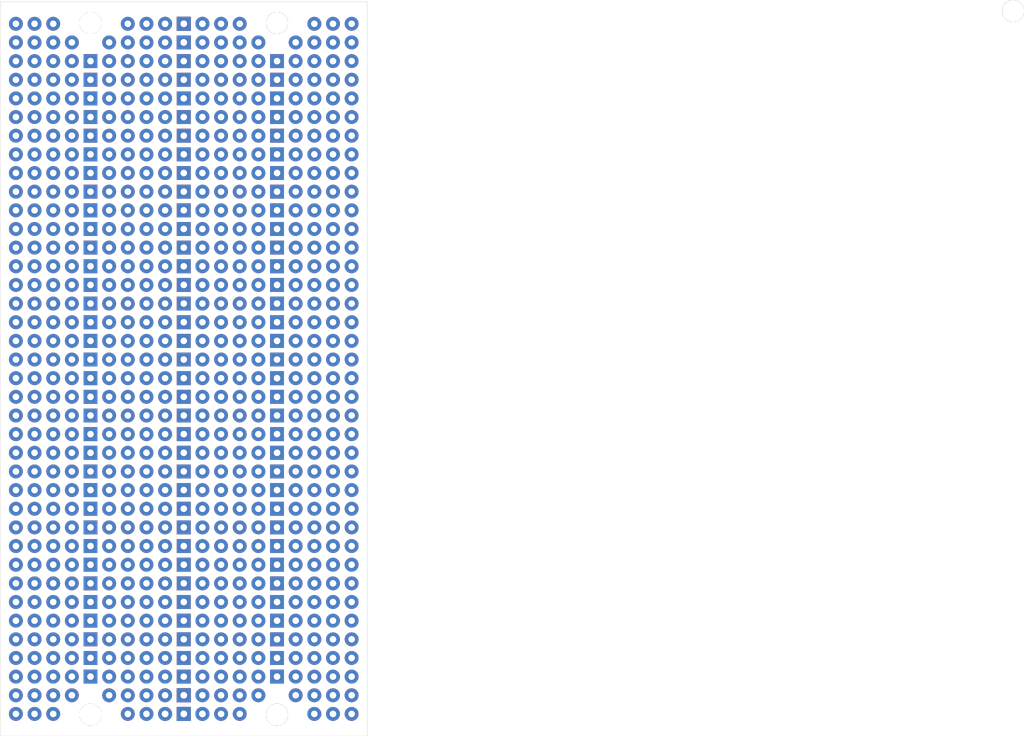
<source format=kicad_pcb>
(kicad_pcb (version 20241229) (generator "pcbnew") (generator_version "9.0")
  (title_block (title "AE-2U-Protoboard") (date "2026-01-15") (rev "0.1") (company "Copyright © 2026 clectric.diy Licensed under CERN-OHL-S v2") (comment 1 "Charles H. Leggett"))
  (layers (0 "F.Cu" signal "Front") (4 "In1.Cu" signal) (6 "In2.Cu" signal) (2 "B.Cu" signal "Back") (13 "F.Paste" user) (15 "B.Paste" user) (5 "F.SilkS" user) (7 "B.SilkS" user) (1 "F.Mask" user) (3 "B.Mask" user) (25 "Edge.Cuts" user))
  (net 0 "")
  (footprint "clectric-diy:Pad" (layer "F.Cu") (at 122.85 61.31)
    (property "Reference" "REF**" (hide yes))
    (property "Value" "Pad" (hide yes))
  )
  (footprint "clectric-diy:Pad" (layer "F.Cu") (at 112.69 61.31)
    (property "Reference" "REF**" (hide yes))
    (property "Value" "Pad" (hide yes))
  )
  (footprint "clectric-diy:Pad" (layer "F.Cu") (at 125.39 61.31)
    (property "Reference" "REF**" (hide yes))
    (property "Value" "Pad" (hide yes))
  )
  (footprint "clectric-diy:Pad" (layer "F.Cu") (at 102.53 74.01)
    (property "Reference" "REF**" (hide yes))
    (property "Value" "Pad" (hide yes))
  )
  (footprint "clectric-diy:Pad" (layer "F.Cu") (at 102.53 101.95)
    (property "Reference" "REF**" (hide yes))
    (property "Value" "Pad" (hide yes))
  )
  (footprint "clectric-diy:Pad" (layer "F.Cu") (at 127.93 99.41)
    (property "Reference" "REF**" (hide yes))
    (property "Value" "Pad" (hide yes))
  )
  (footprint "clectric-diy:Pad" (layer "F.Cu") (at 102.53 68.93)
    (property "Reference" "REF**" (hide yes))
    (property "Value" "Pad" (hide yes))
  )
  (footprint "clectric-diy:Pad" (layer "F.Cu") (at 89.83 96.87)
    (property "Reference" "REF**" (hide yes))
    (property "Value" "Pad" (hide yes))
  )
  (footprint "clectric-diy:Pad" (layer "F.Cu") (at 94.91 99.41)
    (property "Reference" "REF**" (hide yes))
    (property "Value" "Pad" (hide yes))
  )
  (footprint "clectric-diy:Pad" (layer "F.Cu") (at 105.07 81.63)
    (property "Reference" "REF**" (hide yes))
    (property "Value" "Pad" (hide yes))
  )
  (footprint "clectric-diy:Pad" (layer "F.Cu") (at 102.53 112.11)
    (property "Reference" "REF**" (hide yes))
    (property "Value" "Pad" (hide yes))
  )
  (footprint "clectric-diy:Pad" (layer "F.Cu") (at 84.75 140.05)
    (property "Reference" "REF**" (hide yes))
    (property "Value" "Pad" (hide yes))
  )
  (footprint "clectric-diy:Pad" (layer "F.Cu") (at 127.93 51.15)
    (property "Reference" "REF**" (hide yes))
    (property "Value" "Pad" (hide yes))
  )
  (footprint "clectric-diy:Pad" (layer "F.Cu") (at 110.15 91.79)
    (property "Reference" "REF**" (hide yes))
    (property "Value" "Pad" (hide yes))
  )
  (footprint "clectric-diy:Pad" (layer "F.Cu") (at 127.93 145.13)
    (property "Reference" "REF**" (hide yes))
    (property "Value" "Pad" (hide yes))
  )
  (footprint "clectric-diy:Pad" (layer "F.Cu") (at 117.77 94.33)
    (property "Reference" "REF**" (hide yes))
    (property "Value" "Pad" (hide yes))
  )
  (footprint "clectric-diy:Pad" (layer "F.Cu") (at 92.37 63.85)
    (property "Reference" "REF**" (hide yes))
    (property "Value" "Pad" (hide yes))
  )
  (footprint "clectric-diy:Pad" (layer "F.Cu") (at 120.31 132.43)
    (property "Reference" "REF**" (hide yes))
    (property "Value" "Pad" (hide yes))
  )
  (footprint "clectric-diy:Pad" (layer "F.Cu") (at 84.75 129.89)
    (property "Reference" "REF**" (hide yes))
    (property "Value" "Pad" (hide yes))
  )
  (footprint "clectric-diy:Pad" (layer "F.Cu") (at 127.93 53.69)
    (property "Reference" "REF**" (hide yes))
    (property "Value" "Pad" (hide yes))
  )
  (footprint "clectric-diy:Pad" (layer "F.Cu") (at 94.91 71.47)
    (property "Reference" "REF**" (hide yes))
    (property "Value" "Pad" (hide yes))
  )
  (footprint "clectric-diy:Pad" (layer "F.Cu") (at 97.45 84.17)
    (property "Reference" "REF**" (hide yes))
    (property "Value" "Pad" (hide yes))
  )
  (footprint "clectric-diy:Pad" (layer "F.Cu") (at 92.37 79.09)
    (property "Reference" "REF**" (hide yes))
    (property "Value" "Pad" (hide yes))
  )
  (footprint "clectric-diy:Pad" (layer "F.Cu") (at 115.23 56.23)
    (property "Reference" "REF**" (hide yes))
    (property "Value" "Pad" (hide yes))
  )
  (footprint "clectric-diy:Pad" (layer "F.Cu") (at 112.69 117.19)
    (property "Reference" "REF**" (hide yes))
    (property "Value" "Pad" (hide yes))
  )
  (footprint "clectric-diy:Pad" (layer "F.Cu") (at 89.83 63.85)
    (property "Reference" "REF**" (hide yes))
    (property "Value" "Pad" (hide yes))
  )
  (footprint "clectric-diy:Pad" (layer "F.Cu") (at 84.75 56.23)
    (property "Reference" "REF**" (hide yes))
    (property "Value" "Pad" (hide yes))
  )
  (footprint "clectric-diy:Pad" (layer "F.Cu") (at 84.75 124.81)
    (property "Reference" "REF**" (hide yes))
    (property "Value" "Pad" (hide yes))
  )
  (footprint "clectric-diy:Pad" (layer "F.Cu") (at 92.37 122.27)
    (property "Reference" "REF**" (hide yes))
    (property "Value" "Pad" (hide yes))
  )
  (footprint "clectric-diy:Pad" (layer "F.Cu") (at 97.45 61.31)
    (property "Reference" "REF**" (hide yes))
    (property "Value" "Pad" (hide yes))
  )
  (footprint "clectric-diy:Pad" (layer "F.Cu") (at 97.45 112.11)
    (property "Reference" "REF**" (hide yes))
    (property "Value" "Pad" (hide yes))
  )
  (footprint "clectric-diy:Pad" (layer "F.Cu") (at 99.99 99.41)
    (property "Reference" "REF**" (hide yes))
    (property "Value" "Pad" (hide yes))
  )
  (footprint "clectric-diy:Pad" (layer "F.Cu") (at 117.77 109.57)
    (property "Reference" "REF**" (hide yes))
    (property "Value" "Pad" (hide yes))
  )
  (footprint "clectric-diy:Pad" (layer "F.Cu") (at 97.45 142.59)
    (property "Reference" "REF**" (hide yes))
    (property "Value" "Pad" (hide yes))
  )
  (footprint "clectric-diy:Pad" (layer "F.Cu") (at 99.99 137.51)
    (property "Reference" "REF**" (hide yes))
    (property "Value" "Pad" (hide yes))
  )
  (footprint "clectric-diy:Pad" (layer "F.Cu") (at 99.99 140.05)
    (property "Reference" "REF**" (hide yes))
    (property "Value" "Pad" (hide yes))
  )
  (footprint "clectric-diy:Pad" (layer "F.Cu") (at 112.69 53.69)
    (property "Reference" "REF**" (hide yes))
    (property "Value" "Pad" (hide yes))
  )
  (footprint "clectric-diy:Pad" (layer "F.Cu") (at 120.31 89.25)
    (property "Reference" "REF**" (hide yes))
    (property "Value" "Pad" (hide yes))
  )
  (footprint "clectric-diy:Pad" (layer "F.Cu") (at 89.83 104.49)
    (property "Reference" "REF**" (hide yes))
    (property "Value" "Pad" (hide yes))
  )
  (footprint "clectric-diy:Pad" (layer "F.Cu") (at 94.91 104.49)
    (property "Reference" "REF**" (hide yes))
    (property "Value" "Pad" (hide yes))
  )
  (footprint "clectric-diy:Pad" (layer "F.Cu") (at 112.69 94.33)
    (property "Reference" "REF**" (hide yes))
    (property "Value" "Pad" (hide yes))
  )
  (footprint "clectric-diy:Pad" (layer "F.Cu") (at 110.15 124.81)
    (property "Reference" "REF**" (hide yes))
    (property "Value" "Pad" (hide yes))
  )
  (footprint "clectric-diy:Pad" (layer "F.Cu") (at 97.45 132.43)
    (property "Reference" "REF**" (hide yes))
    (property "Value" "Pad" (hide yes))
  )
  (footprint "clectric-diy:Pad" (layer "F.Cu") (at 102.53 122.27)
    (property "Reference" "REF**" (hide yes))
    (property "Value" "Pad" (hide yes))
  )
  (footprint "clectric-diy:Pad" (layer "F.Cu") (at 99.99 127.35)
    (property "Reference" "REF**" (hide yes))
    (property "Value" "Pad" (hide yes))
  )
  (footprint "clectric-diy:Pad" (layer "F.Cu") (at 112.69 114.65)
    (property "Reference" "REF**" (hide yes))
    (property "Value" "Pad" (hide yes))
  )
  (footprint "clectric-diy:Pad" (layer "F.Cu") (at 92.37 142.59)
    (property "Reference" "REF**" (hide yes))
    (property "Value" "Pad" (hide yes))
  )
  (footprint "clectric-diy:Pad" (layer "F.Cu") (at 105.07 79.09)
    (property "Reference" "REF**" (hide yes))
    (property "Value" "Pad" (hide yes))
  )
  (footprint "clectric-diy:Pad" (layer "F.Cu") (at 107.61 134.97)
    (property "Reference" "REF**" (hide yes))
    (property "Value" "Pad" (hide yes))
  )
  (footprint "clectric-diy:Pad" (layer "F.Cu") (at 87.29 56.23)
    (property "Reference" "REF**" (hide yes))
    (property "Value" "Pad" (hide yes))
  )
  (footprint "clectric-diy:Pad" (layer "F.Cu") (at 125.39 86.71)
    (property "Reference" "REF**" (hide yes))
    (property "Value" "Pad" (hide yes))
  )
  (footprint "clectric-diy:Pad" (layer "F.Cu") (at 84.75 71.47)
    (property "Reference" "REF**" (hide yes))
    (property "Value" "Pad" (hide yes))
  )
  (footprint "clectric-diy:Pad" (layer "F.Cu") (at 94.91 140.05)
    (property "Reference" "REF**" (hide yes))
    (property "Value" "Pad" (hide yes))
  )
  (footprint "clectric-diy:Pad" (layer "F.Cu") (at 105.07 101.95)
    (property "Reference" "REF**" (hide yes))
    (property "Value" "Pad" (hide yes))
  )
  (footprint "clectric-diy:Pad" (layer "F.Cu") (at 102.53 140.05)
    (property "Reference" "REF**" (hide yes))
    (property "Value" "Pad" (hide yes))
  )
  (footprint "clectric-diy:Pad" (layer "F.Cu") (at 94.91 91.79)
    (property "Reference" "REF**" (hide yes))
    (property "Value" "Pad" (hide yes))
  )
  (footprint "clectric-diy:Pad" (layer "F.Cu") (at 115.23 119.73)
    (property "Reference" "REF**" (hide yes))
    (property "Value" "Pad" (hide yes))
  )
  (footprint "clectric-diy:Pad" (layer "F.Cu") (at 127.93 107.03)
    (property "Reference" "REF**" (hide yes))
    (property "Value" "Pad" (hide yes))
  )
  (footprint "clectric-diy:Pad" (layer "F.Cu") (at 97.45 134.97)
    (property "Reference" "REF**" (hide yes))
    (property "Value" "Pad" (hide yes))
  )
  (footprint "clectric-diy:Pad" (layer "F.Cu") (at 122.85 96.87)
    (property "Reference" "REF**" (hide yes))
    (property "Value" "Pad" (hide yes))
  )
  (footprint "clectric-diy:Pad" (layer "F.Cu") (at 92.37 58.77)
    (property "Reference" "REF**" (hide yes))
    (property "Value" "Pad" (hide yes))
  )
  (footprint "clectric-diy:Pad" (layer "F.Cu") (at 110.15 63.85)
    (property "Reference" "REF**" (hide yes))
    (property "Value" "Pad" (hide yes))
  )
  (footprint "clectric-diy:Pad" (layer "F.Cu") (at 127.93 61.31)
    (property "Reference" "REF**" (hide yes))
    (property "Value" "Pad" (hide yes))
  )
  (footprint "clectric-diy:Pad" (layer "F.Cu") (at 122.85 89.25)
    (property "Reference" "REF**" (hide yes))
    (property "Value" "Pad" (hide yes))
  )
  (footprint "clectric-diy:Pad" (layer "F.Cu") (at 92.37 81.63)
    (property "Reference" "REF**" (hide yes))
    (property "Value" "Pad" (hide yes))
  )
  (footprint "clectric-diy:Pad" (layer "F.Cu") (at 94.91 89.25)
    (property "Reference" "REF**" (hide yes))
    (property "Value" "Pad" (hide yes))
  )
  (footprint "clectric-diy:Pad" (layer "F.Cu") (at 112.69 119.73)
    (property "Reference" "REF**" (hide yes))
    (property "Value" "Pad" (hide yes))
  )
  (footprint "clectric-diy:Pad" (layer "F.Cu") (at 94.91 122.27)
    (property "Reference" "REF**" (hide yes))
    (property "Value" "Pad" (hide yes))
  )
  (footprint "clectric-diy:Pad" (layer "F.Cu") (at 92.37 114.65)
    (property "Reference" "REF**" (hide yes))
    (property "Value" "Pad" (hide yes))
  )
  (footprint "clectric-diy:Pad" (layer "F.Cu") (at 112.69 91.79)
    (property "Reference" "REF**" (hide yes))
    (property "Value" "Pad" (hide yes))
  )
  (footprint "clectric-diy:Pad" (layer "F.Cu") (at 99.99 71.47)
    (property "Reference" "REF**" (hide yes))
    (property "Value" "Pad" (hide yes))
  )
  (footprint "clectric-diy:Pad" (layer "F.Cu") (at 127.93 104.49)
    (property "Reference" "REF**" (hide yes))
    (property "Value" "Pad" (hide yes))
  )
  (footprint "clectric-diy:Pad" (layer "F.Cu") (at 94.91 109.57)
    (property "Reference" "REF**" (hide yes))
    (property "Value" "Pad" (hide yes))
  )
  (footprint "clectric-diy:Pad" (layer "F.Cu") (at 125.39 117.19)
    (property "Reference" "REF**" (hide yes))
    (property "Value" "Pad" (hide yes))
  )
  (footprint "clectric-diy:Pad" (layer "F.Cu") (at 130.47 58.77)
    (property "Reference" "REF**" (hide yes))
    (property "Value" "Pad" (hide yes))
  )
  (footprint "clectric-diy:Pad" (layer "F.Cu") (at 120.31 94.33)
    (property "Reference" "REF**" (hide yes))
    (property "Value" "Pad" (hide yes))
  )
  (footprint "clectric-diy:Pad" (layer "F.Cu") (at 99.99 79.09)
    (property "Reference" "REF**" (hide yes))
    (property "Value" "Pad" (hide yes))
  )
  (footprint "clectric-diy:Pad" (layer "F.Cu") (at 94.91 63.85)
    (property "Reference" "REF**" (hide yes))
    (property "Value" "Pad" (hide yes))
  )
  (footprint "clectric-diy:Pad" (layer "F.Cu") (at 84.75 112.11)
    (property "Reference" "REF**" (hide yes))
    (property "Value" "Pad" (hide yes))
  )
  (footprint "clectric-diy:Pad" (layer "F.Cu") (at 112.69 109.57)
    (property "Reference" "REF**" (hide yes))
    (property "Value" "Pad" (hide yes))
  )
  (footprint "clectric-diy:Pad" (layer "F.Cu") (at 110.15 134.97)
    (property "Reference" "REF**" (hide yes))
    (property "Value" "Pad" (hide yes))
  )
  (footprint "clectric-diy:Pad" (layer "F.Cu") (at 87.29 107.03)
    (property "Reference" "REF**" (hide yes))
    (property "Value" "Pad" (hide yes))
  )
  (footprint "clectric-diy:Pad" (layer "F.Cu") (at 102.53 142.59)
    (property "Reference" "REF**" (hide yes))
    (property "Value" "Pad" (hide yes))
  )
  (footprint "clectric-diy:Pad" (layer "F.Cu") (at 107.61 86.71)
    (property "Reference" "REF**" (hide yes))
    (property "Value" "Pad" (hide yes))
  )
  (footprint "clectric-diy:Pad" (layer "F.Cu") (at 99.99 107.03)
    (property "Reference" "REF**" (hide yes))
    (property "Value" "Pad" (hide yes))
  )
  (footprint "clectric-diy:Pad" (layer "F.Cu") (at 92.37 56.23)
    (property "Reference" "REF**" (hide yes))
    (property "Value" "Pad" (hide yes))
  )
  (footprint "clectric-diy:Pad" (layer "F.Cu") (at 99.99 104.49)
    (property "Reference" "REF**" (hide yes))
    (property "Value" "Pad" (hide yes))
  )
  (footprint "clectric-diy:Pad" (layer "F.Cu") (at 94.91 134.97)
    (property "Reference" "REF**" (hide yes))
    (property "Value" "Pad" (hide yes))
  )
  (footprint "clectric-diy:Pad" (layer "F.Cu") (at 102.53 91.79)
    (property "Reference" "REF**" (hide yes))
    (property "Value" "Pad" (hide yes))
  )
  (footprint "clectric-diy:Pad" (layer "F.Cu") (at 122.85 101.95)
    (property "Reference" "REF**" (hide yes))
    (property "Value" "Pad" (hide yes))
  )
  (footprint "clectric-diy:Pad" (layer "F.Cu") (at 122.85 129.89)
    (property "Reference" "REF**" (hide yes))
    (property "Value" "Pad" (hide yes))
  )
  (footprint "clectric-diy:Pad" (layer "F.Cu") (at 89.83 117.19)
    (property "Reference" "REF**" (hide yes))
    (property "Value" "Pad" (hide yes))
  )
  (footprint "clectric-diy:Pad" (layer "F.Cu") (at 110.15 76.55)
    (property "Reference" "REF**" (hide yes))
    (property "Value" "Pad" (hide yes))
  )
  (footprint "clectric-diy:Pad" (layer "F.Cu") (at 89.83 137.51)
    (property "Reference" "REF**" (hide yes))
    (property "Value" "Pad" (hide yes))
  )
  (footprint "clectric-diy:Pad" (layer "F.Cu") (at 107.61 71.47)
    (property "Reference" "REF**" (hide yes))
    (property "Value" "Pad" (hide yes))
  )
  (footprint "clectric-diy:Pad" (layer "F.Cu") (at 115.23 124.81)
    (property "Reference" "REF**" (hide yes))
    (property "Value" "Pad" (hide yes))
  )
  (footprint "clectric-diy:Pad" (layer "F.Cu") (at 105.07 129.89)
    (property "Reference" "REF**" (hide yes))
    (property "Value" "Pad" (hide yes))
  )
  (footprint "clectric-diy:Pad" (layer "F.Cu") (at 127.93 71.47)
    (property "Reference" "REF**" (hide yes))
    (property "Value" "Pad" (hide yes))
  )
  (footprint "clectric-diy:Pad" (layer "F.Cu") (at 87.29 79.09)
    (property "Reference" "REF**" (hide yes))
    (property "Value" "Pad" (hide yes))
  )
  (footprint "clectric-diy:Pad" (layer "F.Cu") (at 97.45 68.93)
    (property "Reference" "REF**" (hide yes))
    (property "Value" "Pad" (hide yes))
  )
  (footprint "clectric-diy:Pad" (layer "F.Cu") (at 107.61 114.65)
    (property "Reference" "REF**" (hide yes))
    (property "Value" "Pad" (hide yes))
  )
  (footprint "clectric-diy:Pad" (layer "F.Cu") (at 84.75 79.09)
    (property "Reference" "REF**" (hide yes))
    (property "Value" "Pad" (hide yes))
  )
  (footprint "clectric-diy:Pad" (layer "F.Cu") (at 92.37 61.31)
    (property "Reference" "REF**" (hide yes))
    (property "Value" "Pad" (hide yes))
  )
  (footprint "clectric-diy:Pad" (layer "F.Cu") (at 105.07 104.49)
    (property "Reference" "REF**" (hide yes))
    (property "Value" "Pad" (hide yes))
  )
  (footprint "clectric-diy:Pad" (layer "F.Cu") (at 107.61 101.95)
    (property "Reference" "REF**" (hide yes))
    (property "Value" "Pad" (hide yes))
  )
  (footprint "clectric-diy:Pad" (layer "F.Cu") (at 94.91 107.03)
    (property "Reference" "REF**" (hide yes))
    (property "Value" "Pad" (hide yes))
  )
  (footprint "clectric-diy:Pad" (layer "F.Cu") (at 120.31 96.87)
    (property "Reference" "REF**" (hide yes))
    (property "Value" "Pad" (hide yes))
  )
  (footprint "clectric-diy:Pad" (layer "F.Cu") (at 105.07 112.11)
    (property "Reference" "REF**" (hide yes))
    (property "Value" "Pad" (hide yes))
  )
  (footprint "clectric-diy:Pad" (layer "F.Cu") (at 87.29 137.51)
    (property "Reference" "REF**" (hide yes))
    (property "Value" "Pad" (hide yes))
  )
  (footprint "clectric-diy:Pad" (layer "F.Cu") (at 87.29 132.43)
    (property "Reference" "REF**" (hide yes))
    (property "Value" "Pad" (hide yes))
  )
  (footprint "clectric-diy:Pad" (layer "F.Cu") (at 89.83 84.17)
    (property "Reference" "REF**" (hide yes))
    (property "Value" "Pad" (hide yes))
  )
  (footprint "clectric-diy:Pad" (layer "F.Cu") (at 112.69 89.25)
    (property "Reference" "REF**" (hide yes))
    (property "Value" "Pad" (hide yes))
  )
  (footprint "clectric-diy:Pad" (layer "F.Cu") (at 105.07 122.27)
    (property "Reference" "REF**" (hide yes))
    (property "Value" "Pad" (hide yes))
  )
  (footprint "clectric-diy:Pad" (layer "F.Cu") (at 110.15 142.59)
    (property "Reference" "REF**" (hide yes))
    (property "Value" "Pad" (hide yes))
  )
  (footprint "clectric-diy:Pad" (layer "F.Cu") (at 102.53 137.51)
    (property "Reference" "REF**" (hide yes))
    (property "Value" "Pad" (hide yes))
  )
  (footprint "clectric-diy:Pad" (layer "F.Cu") (at 107.61 129.89)
    (property "Reference" "REF**" (hide yes))
    (property "Value" "Pad" (hide yes))
  )
  (footprint "clectric-diy:Pad" (layer "F.Cu") (at 87.29 94.33)
    (property "Reference" "REF**" (hide yes))
    (property "Value" "Pad" (hide yes))
  )
  (footprint "clectric-diy:Pad" (layer "F.Cu") (at 89.83 61.31)
    (property "Reference" "REF**" (hide yes))
    (property "Value" "Pad" (hide yes))
  )
  (footprint "clectric-diy:Pad" (layer "F.Cu") (at 97.45 86.71)
    (property "Reference" "REF**" (hide yes))
    (property "Value" "Pad" (hide yes))
  )
  (footprint "clectric-diy:Pad" (layer "F.Cu") (at 110.15 140.05)
    (property "Reference" "REF**" (hide yes))
    (property "Value" "Pad" (hide yes))
  )
  (footprint "clectric-diy:Pad" (layer "F.Cu") (at 120.31 76.55)
    (property "Reference" "REF**" (hide yes))
    (property "Value" "Pad" (hide yes))
  )
  (footprint "clectric-diy:Pad" (layer "F.Cu") (at 97.45 117.19)
    (property "Reference" "REF**" (hide yes))
    (property "Value" "Pad" (hide yes))
  )
  (footprint "clectric-diy:Pad" (layer "F.Cu") (at 130.47 137.51)
    (property "Reference" "REF**" (hide yes))
    (property "Value" "Pad" (hide yes))
  )
  (footprint "clectric-diy:Pad" (layer "F.Cu") (at 105.07 68.93)
    (property "Reference" "REF**" (hide yes))
    (property "Value" "Pad" (hide yes))
  )
  (footprint "clectric-diy:Pad" (layer "F.Cu") (at 110.15 58.77)
    (property "Reference" "REF**" (hide yes))
    (property "Value" "Pad" (hide yes))
  )
  (footprint "clectric-diy:Pad" (layer "F.Cu") (at 127.93 89.25)
    (property "Reference" "REF**" (hide yes))
    (property "Value" "Pad" (hide yes))
  )
  (footprint "clectric-diy:Pad" (layer "F.Cu") (at 112.69 134.97)
    (property "Reference" "REF**" (hide yes))
    (property "Value" "Pad" (hide yes))
  )
  (footprint "clectric-diy:Pad" (layer "F.Cu") (at 120.31 63.85)
    (property "Reference" "REF**" (hide yes))
    (property "Value" "Pad" (hide yes))
  )
  (footprint "clectric-diy:Pad" (layer "F.Cu") (at 102.53 96.87)
    (property "Reference" "REF**" (hide yes))
    (property "Value" "Pad" (hide yes))
  )
  (footprint "clectric-diy:Pad" (layer "F.Cu") (at 84.75 96.87)
    (property "Reference" "REF**" (hide yes))
    (property "Value" "Pad" (hide yes))
  )
  (footprint "clectric-diy:Pad" (layer "F.Cu") (at 102.53 58.77)
    (property "Reference" "REF**" (hide yes))
    (property "Value" "Pad" (hide yes))
  )
  (footprint "clectric-diy:Pad" (layer "F.Cu") (at 115.23 122.27)
    (property "Reference" "REF**" (hide yes))
    (property "Value" "Pad" (hide yes))
  )
  (footprint "clectric-diy:Pad" (layer "F.Cu") (at 97.45 127.35)
    (property "Reference" "REF**" (hide yes))
    (property "Value" "Pad" (hide yes))
  )
  (footprint "clectric-diy:Pad" (layer "F.Cu") (at 87.29 101.95)
    (property "Reference" "REF**" (hide yes))
    (property "Value" "Pad" (hide yes))
  )
  (footprint "clectric-diy:Pad" (layer "F.Cu") (at 130.47 127.35)
    (property "Reference" "REF**" (hide yes))
    (property "Value" "Pad" (hide yes))
  )
  (footprint "clectric-diy:Pad" (layer "F.Cu") (at 94.91 86.71)
    (property "Reference" "REF**" (hide yes))
    (property "Value" "Pad" (hide yes))
  )
  (footprint "" (layer "F.Cu") (at 105.07 145.13)
    (property "Reference" "")
    (property "Value" "")
  )
  (footprint "clectric-diy:Pad" (layer "F.Cu") (at 97.45 76.55)
    (property "Reference" "REF**" (hide yes))
    (property "Value" "Pad" (hide yes))
  )
  (footprint "clectric-diy:Pad" (layer "F.Cu") (at 110.15 74.01)
    (property "Reference" "REF**" (hide yes))
    (property "Value" "Pad" (hide yes))
  )
  (footprint "clectric-diy:Pad" (layer "F.Cu") (at 130.47 96.87)
    (property "Reference" "REF**" (hide yes))
    (property "Value" "Pad" (hide yes))
  )
  (footprint "clectric-diy:Pad" (layer "F.Cu") (at 102.53 51.15)
    (property "Reference" "REF**" (hide yes))
    (property "Value" "Pad" (hide yes))
  )
  (footprint "clectric-diy:Pad" (layer "F.Cu") (at 84.75 84.17)
    (property "Reference" "REF**" (hide yes))
    (property "Value" "Pad" (hide yes))
  )
  (footprint "clectric-diy:Pad" (layer "F.Cu") (at 125.39 66.39)
    (property "Reference" "REF**" (hide yes))
    (property "Value" "Pad" (hide yes))
  )
  (footprint "clectric-diy:Pad" (layer "F.Cu") (at 122.85 58.77)
    (property "Reference" "REF**" (hide yes))
    (property "Value" "Pad" (hide yes))
  )
  (footprint "clectric-diy:Pad" (layer "F.Cu") (at 97.45 140.05)
    (property "Reference" "REF**" (hide yes))
    (property "Value" "Pad" (hide yes))
  )
  (footprint "clectric-diy:Pad" (layer "F.Cu") (at 112.69 132.43)
    (property "Reference" "REF**" (hide yes))
    (property "Value" "Pad" (hide yes))
  )
  (footprint "clectric-diy:Pad" (layer "F.Cu") (at 130.47 122.27)
    (property "Reference" "REF**" (hide yes))
    (property "Value" "Pad" (hide yes))
  )
  (footprint "clectric-diy:Pad" (layer "F.Cu") (at 117.77 53.69)
    (property "Reference" "REF**" (hide yes))
    (property "Value" "Pad" (hide yes))
  )
  (footprint "clectric-diy:Pad" (layer "F.Cu") (at 87.29 51.15)
    (property "Reference" "REF**" (hide yes))
    (property "Value" "Pad" (hide yes))
  )
  (footprint "clectric-diy:Pad" (layer "F.Cu") (at 107.61 145.13)
    (property "Reference" "REF**" (hide yes))
    (property "Value" "Pad" (hide yes))
  )
  (footprint "clectric-diy:Pad" (layer "F.Cu") (at 84.75 122.27)
    (property "Reference" "REF**" (hide yes))
    (property "Value" "Pad" (hide yes))
  )
  (footprint "clectric-diy:Pad" (layer "F.Cu") (at 127.93 142.59)
    (property "Reference" "REF**" (hide yes))
    (property "Value" "Pad" (hide yes))
  )
  (footprint "clectric-diy:Pad" (layer "F.Cu") (at 92.37 109.57)
    (property "Reference" "REF**" (hide yes))
    (property "Value" "Pad" (hide yes))
  )
  (footprint "clectric-diy:Pad" (layer "F.Cu") (at 107.61 96.87)
    (property "Reference" "REF**" (hide yes))
    (property "Value" "Pad" (hide yes))
  )
  (footprint "clectric-diy:Pad" (layer "F.Cu") (at 99.99 68.93)
    (property "Reference" "REF**" (hide yes))
    (property "Value" "Pad" (hide yes))
  )
  (footprint "clectric-diy:Pad" (layer "F.Cu") (at 92.37 140.05)
    (property "Reference" "REF**" (hide yes))
    (property "Value" "Pad" (hide yes))
  )
  (footprint "clectric-diy:Pad" (layer "F.Cu") (at 125.39 63.85)
    (property "Reference" "REF**" (hide yes))
    (property "Value" "Pad" (hide yes))
  )
  (footprint "clectric-diy:Pad" (layer "F.Cu") (at 97.45 114.65)
    (property "Reference" "REF**" (hide yes))
    (property "Value" "Pad" (hide yes))
  )
  (footprint "clectric-diy:Pad" (layer "F.Cu") (at 117.77 79.09)
    (property "Reference" "REF**" (hide yes))
    (property "Value" "Pad" (hide yes))
  )
  (footprint "clectric-diy:Pad" (layer "F.Cu") (at 87.29 140.05)
    (property "Reference" "REF**" (hide yes))
    (property "Value" "Pad" (hide yes))
  )
  (footprint "clectric-diy:Pad" (layer "F.Cu") (at 99.99 96.87)
    (property "Reference" "REF**" (hide yes))
    (property "Value" "Pad" (hide yes))
  )
  (footprint "clectric-diy:Pad" (layer "F.Cu") (at 125.39 101.95)
    (property "Reference" "REF**" (hide yes))
    (property "Value" "Pad" (hide yes))
  )
  (footprint "clectric-diy:Pad" (layer "F.Cu") (at 99.99 91.79)
    (property "Reference" "REF**" (hide yes))
    (property "Value" "Pad" (hide yes))
  )
  (footprint "clectric-diy:Pad" (layer "F.Cu") (at 120.31 71.47)
    (property "Reference" "REF**" (hide yes))
    (property "Value" "Pad" (hide yes))
  )
  (footprint "clectric-diy:Pad" (layer "F.Cu") (at 92.37 94.33)
    (property "Reference" "REF**" (hide yes))
    (property "Value" "Pad" (hide yes))
  )
  (footprint "clectric-diy:Pad" (layer "F.Cu") (at 105.07 94.33)
    (property "Reference" "REF**" (hide yes))
    (property "Value" "Pad" (hide yes))
  )
  (footprint "clectric-diy:Pad" (layer "F.Cu") (at 97.45 89.25)
    (property "Reference" "REF**" (hide yes))
    (property "Value" "Pad" (hide yes))
  )
  (footprint "clectric-diy:Pad" (layer "F.Cu") (at 97.45 79.09)
    (property "Reference" "REF**" (hide yes))
    (property "Value" "Pad" (hide yes))
  )
  (footprint "clectric-diy:Pad" (layer "F.Cu") (at 120.31 122.27)
    (property "Reference" "REF**" (hide yes))
    (property "Value" "Pad" (hide yes))
  )
  (footprint "clectric-diy:Pad" (layer "F.Cu") (at 99.99 109.57)
    (property "Reference" "REF**" (hide yes))
    (property "Value" "Pad" (hide yes))
  )
  (footprint "clectric-diy:Pad" (layer "F.Cu") (at 110.15 101.95)
    (property "Reference" "REF**" (hide yes))
    (property "Value" "Pad" (hide yes))
  )
  (footprint "clectric-diy:Pad" (layer "F.Cu") (at 130.47 68.93)
    (property "Reference" "REF**" (hide yes))
    (property "Value" "Pad" (hide yes))
  )
  (footprint "clectric-diy:Pad" (layer "F.Cu") (at 112.69 66.39)
    (property "Reference" "REF**" (hide yes))
    (property "Value" "Pad" (hide yes))
  )
  (footprint "clectric-diy:Pad" (layer "F.Cu") (at 110.15 68.93)
    (property "Reference" "REF**" (hide yes))
    (property "Value" "Pad" (hide yes))
  )
  (footprint "clectric-diy:Pad" (layer "F.Cu") (at 94.91 84.17)
    (property "Reference" "REF**" (hide yes))
    (property "Value" "Pad" (hide yes))
  )
  (footprint "clectric-diy:Pad" (layer "F.Cu") (at 130.47 53.69)
    (property "Reference" "REF**" (hide yes))
    (property "Value" "Pad" (hide yes))
  )
  (footprint "clectric-diy:Pad" (layer "F.Cu") (at 117.77 122.27)
    (property "Reference" "REF**" (hide yes))
    (property "Value" "Pad" (hide yes))
  )
  (footprint "clectric-diy:Pad" (layer "F.Cu") (at 92.37 132.43)
    (property "Reference" "REF**" (hide yes))
    (property "Value" "Pad" (hide yes))
  )
  (footprint "clectric-diy:Pad" (layer "F.Cu") (at 107.61 51.15)
    (property "Reference" "REF**" (hide yes))
    (property "Value" "Pad" (hide yes))
  )
  (footprint "clectric-diy:Pad" (layer "F.Cu") (at 87.29 112.11)
    (property "Reference" "REF**" (hide yes))
    (property "Value" "Pad" (hide yes))
  )
  (footprint "clectric-diy:Pad" (layer "F.Cu") (at 110.15 84.17)
    (property "Reference" "REF**" (hide yes))
    (property "Value" "Pad" (hide yes))
  )
  (footprint "clectric-diy:Pad" (layer "F.Cu") (at 115.23 99.41)
    (property "Reference" "REF**" (hide yes))
    (property "Value" "Pad" (hide yes))
  )
  (footprint "clectric-diy:Pad" (layer "F.Cu") (at 110.15 51.15)
    (property "Reference" "REF**" (hide yes))
    (property "Value" "Pad" (hide yes))
  )
  (footprint "clectric-diy:Pad" (layer "F.Cu") (at 87.29 114.65)
    (property "Reference" "REF**" (hide yes))
    (property "Value" "Pad" (hide yes))
  )
  (footprint "clectric-diy:Pad" (layer "F.Cu") (at 89.83 66.39)
    (property "Reference" "REF**" (hide yes))
    (property "Value" "Pad" (hide yes))
  )
  (footprint "clectric-diy:Pad" (layer "F.Cu") (at 84.75 117.19)
    (property "Reference" "REF**" (hide yes))
    (property "Value" "Pad" (hide yes))
  )
  (footprint "clectric-diy:Pad" (layer "F.Cu") (at 127.93 86.71)
    (property "Reference" "REF**" (hide yes))
    (property "Value" "Pad" (hide yes))
  )
  (footprint "clectric-diy:Pad" (layer "F.Cu") (at 115.23 51.15)
    (property "Reference" "REF**" (hide yes))
    (property "Value" "Pad" (hide yes))
  )
  (footprint "clectric-diy:Pad" (layer "F.Cu") (at 97.45 107.03)
    (property "Reference" "REF**" (hide yes))
    (property "Value" "Pad" (hide yes))
  )
  (footprint "clectric-diy:Pad" (layer "F.Cu") (at 89.83 129.89)
    (property "Reference" "REF**" (hide yes))
    (property "Value" "Pad" (hide yes))
  )
  (footprint "clectric-diy:Pad" (layer "F.Cu") (at 89.83 91.79)
    (property "Reference" "REF**" (hide yes))
    (property "Value" "Pad" (hide yes))
  )
  (footprint "clectric-diy:Pad" (layer "F.Cu") (at 120.31 137.51)
    (property "Reference" "REF**" (hide yes))
    (property "Value" "Pad" (hide yes))
  )
  (footprint "clectric-diy:Pad" (layer "F.Cu") (at 127.93 124.81)
    (property "Reference" "REF**" (hide yes))
    (property "Value" "Pad" (hide yes))
  )
  (footprint "clectric-diy:Pad" (layer "F.Cu") (at 102.53 109.57)
    (property "Reference" "REF**" (hide yes))
    (property "Value" "Pad" (hide yes))
  )
  (footprint "clectric-diy:Pad" (layer "F.Cu") (at 102.53 89.25)
    (property "Reference" "REF**" (hide yes))
    (property "Value" "Pad" (hide yes))
  )
  (footprint "clectric-diy:Pad" (layer "F.Cu") (at 117.77 96.87)
    (property "Reference" "REF**" (hide yes))
    (property "Value" "Pad" (hide yes))
  )
  (footprint "clectric-diy:Pad" (layer "F.Cu") (at 120.31 114.65)
    (property "Reference" "REF**" (hide yes))
    (property "Value" "Pad" (hide yes))
  )
  (footprint "clectric-diy:Pad" (layer "F.Cu") (at 112.69 84.17)
    (property "Reference" "REF**" (hide yes))
    (property "Value" "Pad" (hide yes))
  )
  (footprint "clectric-diy:Pad" (layer "F.Cu") (at 92.37 53.69)
    (property "Reference" "REF**" (hide yes))
    (property "Value" "Pad" (hide yes))
  )
  (footprint "clectric-diy:Pad" (layer "F.Cu") (at 105.07 76.55)
    (property "Reference" "REF**" (hide yes))
    (property "Value" "Pad" (hide yes))
  )
  (footprint "clectric-diy:Pad" (layer "F.Cu") (at 115.23 68.93)
    (property "Reference" "REF**" (hide yes))
    (property "Value" "Pad" (hide yes))
  )
  (footprint "clectric-diy:Pad" (layer "F.Cu") (at 84.75 86.71)
    (property "Reference" "REF**" (hide yes))
    (property "Value" "Pad" (hide yes))
  )
  (footprint "clectric-diy:Pad" (layer "F.Cu") (at 84.75 127.35)
    (property "Reference" "REF**" (hide yes))
    (property "Value" "Pad" (hide yes))
  )
  (footprint "" (layer "F.Cu") (at 94.91 145.24)
    (property "Reference" "")
    (property "Value" "")
  )
  (footprint "clectric-diy:Pad" (layer "F.Cu") (at 107.61 109.57)
    (property "Reference" "REF**" (hide yes))
    (property "Value" "Pad" (hide yes))
  )
  (footprint "clectric-diy:Pad" (layer "F.Cu") (at 97.45 56.23)
    (property "Reference" "REF**" (hide yes))
    (property "Value" "Pad" (hide yes))
  )
  (footprint "clectric-diy:Pad" (layer "F.Cu") (at 120.31 84.17)
    (property "Reference" "REF**" (hide yes))
    (property "Value" "Pad" (hide yes))
  )
  (footprint "clectric-diy:Pad" (layer "F.Cu") (at 84.75 137.51)
    (property "Reference" "REF**" (hide yes))
    (property "Value" "Pad" (hide yes))
  )
  (footprint "clectric-diy:Pad" (layer "F.Cu") (at 89.83 74.01)
    (property "Reference" "REF**" (hide yes))
    (property "Value" "Pad" (hide yes))
  )
  (footprint "clectric-diy:Pad" (layer "F.Cu") (at 117.77 68.93)
    (property "Reference" "REF**" (hide yes))
    (property "Value" "Pad" (hide yes))
  )
  (footprint "clectric-diy:Pad" (layer "F.Cu") (at 94.91 117.19)
    (property "Reference" "REF**" (hide yes))
    (property "Value" "Pad" (hide yes))
  )
  (footprint "clectric-diy:Pad" (layer "F.Cu") (at 107.61 99.41)
    (property "Reference" "REF**" (hide yes))
    (property "Value" "Pad" (hide yes))
  )
  (footprint "" (layer "F.Cu") (at 107.61 142.59)
    (property "Reference" "")
    (property "Value" "")
  )
  (footprint "clectric-diy:Pad" (layer "F.Cu") (at 89.83 56.23)
    (property "Reference" "REF**" (hide yes))
    (property "Value" "Pad" (hide yes))
  )
  (footprint "clectric-diy:Pad" (layer "F.Cu") (at 89.83 79.09)
    (property "Reference" "REF**" (hide yes))
    (property "Value" "Pad" (hide yes))
  )
  (footprint "clectric-diy:Pad" (layer "F.Cu") (at 84.75 53.69)
    (property "Reference" "REF**" (hide yes))
    (property "Value" "Pad" (hide yes))
  )
  (footprint "clectric-diy:Pad" (layer "F.Cu") (at 127.93 79.09)
    (property "Reference" "REF**" (hide yes))
    (property "Value" "Pad" (hide yes))
  )
  (footprint "clectric-diy:Pad" (layer "F.Cu") (at 122.85 134.97)
    (property "Reference" "REF**" (hide yes))
    (property "Value" "Pad" (hide yes))
  )
  (footprint "clectric-diy:Pad" (layer "F.Cu") (at 115.23 58.77)
    (property "Reference" "REF**" (hide yes))
    (property "Value" "Pad" (hide yes))
  )
  (footprint "clectric-diy:Pad" (layer "F.Cu") (at 112.69 122.27)
    (property "Reference" "REF**" (hide yes))
    (property "Value" "Pad" (hide yes))
  )
  (footprint "clectric-diy:Pad" (layer "F.Cu") (at 120.31 129.89)
    (property "Reference" "REF**" (hide yes))
    (property "Value" "Pad" (hide yes))
  )
  (footprint "clectric-diy:Pad" (layer "F.Cu") (at 99.99 114.65)
    (property "Reference" "REF**" (hide yes))
    (property "Value" "Pad" (hide yes))
  )
  (footprint "clectric-diy:Pad" (layer "F.Cu") (at 107.61 81.63)
    (property "Reference" "REF**" (hide yes))
    (property "Value" "Pad" (hide yes))
  )
  (footprint "clectric-diy:Pad" (layer "F.Cu") (at 115.23 94.33)
    (property "Reference" "REF**" (hide yes))
    (property "Value" "Pad" (hide yes))
  )
  (footprint "clectric-diy:Pad" (layer "F.Cu") (at 115.23 71.47)
    (property "Reference" "REF**" (hide yes))
    (property "Value" "Pad" (hide yes))
  )
  (footprint "clectric-diy:Pad" (layer "F.Cu") (at 99.99 129.89)
    (property "Reference" "REF**" (hide yes))
    (property "Value" "Pad" (hide yes))
  )
  (footprint "clectric-diy:Pad" (layer "F.Cu") (at 89.83 107.03)
    (property "Reference" "REF**" (hide yes))
    (property "Value" "Pad" (hide yes))
  )
  (footprint "clectric-diy:Pad" (layer "F.Cu") (at 117.77 124.81)
    (property "Reference" "REF**" (hide yes))
    (property "Value" "Pad" (hide yes))
  )
  (footprint "clectric-diy:Pad" (layer "F.Cu") (at 105.07 89.25)
    (property "Reference" "REF**" (hide yes))
    (property "Value" "Pad" (hide yes))
  )
  (footprint "clectric-diy:Pad" (layer "F.Cu") (at 89.83 114.65)
    (property "Reference" "REF**" (hide yes))
    (property "Value" "Pad" (hide yes))
  )
  (footprint "clectric-diy:Pad" (layer "F.Cu") (at 99.99 63.85)
    (property "Reference" "REF**" (hide yes))
    (property "Value" "Pad" (hide yes))
  )
  (footprint "clectric-diy:Pad" (layer "F.Cu") (at 102.53 71.47)
    (property "Reference" "REF**" (hide yes))
    (property "Value" "Pad" (hide yes))
  )
  (footprint "clectric-diy:Pad" (layer "F.Cu") (at 107.61 117.19)
    (property "Reference" "REF**" (hide yes))
    (property "Value" "Pad" (hide yes))
  )
  (footprint "clectric-diy:Pad" (layer "F.Cu") (at 127.93 112.11)
    (property "Reference" "REF**" (hide yes))
    (property "Value" "Pad" (hide yes))
  )
  (footprint "clectric-diy:Pad" (layer "F.Cu") (at 99.99 58.77)
    (property "Reference" "REF**" (hide yes))
    (property "Value" "Pad" (hide yes))
  )
  (footprint "clectric-diy:Pad" (layer "F.Cu") (at 97.45 96.87)
    (property "Reference" "REF**" (hide yes))
    (property "Value" "Pad" (hide yes))
  )
  (footprint "clectric-diy:Pad" (layer "F.Cu") (at 94.91 127.35)
    (property "Reference" "REF**" (hide yes))
    (property "Value" "Pad" (hide yes))
  )
  (footprint "clectric-diy:Pad" (layer "F.Cu") (at 127.93 114.65)
    (property "Reference" "REF**" (hide yes))
    (property "Value" "Pad" (hide yes))
  )
  (footprint "clectric-diy:Pad" (layer "F.Cu") (at 110.15 56.23)
    (property "Reference" "REF**" (hide yes))
    (property "Value" "Pad" (hide yes))
  )
  (footprint "clectric-diy:Pad" (layer "F.Cu") (at 127.93 96.87)
    (property "Reference" "REF**" (hide yes))
    (property "Value" "Pad" (hide yes))
  )
  (footprint "clectric-diy:Pad" (layer "F.Cu") (at 107.61 142.59)
    (property "Reference" "REF**" (hide yes))
    (property "Value" "Pad" (hide yes))
  )
  (footprint "" (layer "F.Cu") (at 94.91 145.24)
    (property "Reference" "")
    (property "Value" "")
  )
  (footprint "clectric-diy:Pad" (layer "F.Cu") (at 130.47 119.73)
    (property "Reference" "REF**" (hide yes))
    (property "Value" "Pad" (hide yes))
  )
  (footprint "clectric-diy:Pad" (layer "F.Cu") (at 130.47 84.17)
    (property "Reference" "REF**" (hide yes))
    (property "Value" "Pad" (hide yes))
  )
  (footprint "clectric-diy:Pad" (layer "F.Cu") (at 92.37 91.79)
    (property "Reference" "REF**" (hide yes))
    (property "Value" "Pad" (hide yes))
  )
  (footprint "clectric-diy:Pad" (layer "F.Cu") (at 89.83 76.55)
    (property "Reference" "REF**" (hide yes))
    (property "Value" "Pad" (hide yes))
  )
  (footprint "clectric-diy:Pad" (layer "F.Cu") (at 92.37 127.35)
    (property "Reference" "REF**" (hide yes))
    (property "Value" "Pad" (hide yes))
  )
  (footprint "clectric-diy:Pad" (layer "F.Cu") (at 125.39 79.09)
    (property "Reference" "REF**" (hide yes))
    (property "Value" "Pad" (hide yes))
  )
  (footprint "clectric-diy:Pad" (layer "F.Cu") (at 120.31 61.31)
    (property "Reference" "REF**" (hide yes))
    (property "Value" "Pad" (hide yes))
  )
  (footprint "clectric-diy:Pad" (layer "F.Cu") (at 107.61 137.51)
    (property "Reference" "REF**" (hide yes))
    (property "Value" "Pad" (hide yes))
  )
  (footprint "clectric-diy:Pad" (layer "F.Cu") (at 125.39 56.23)
    (property "Reference" "REF**" (hide yes))
    (property "Value" "Pad" (hide yes))
  )
  (footprint "clectric-diy:Pad" (layer "F.Cu") (at 84.75 104.49)
    (property "Reference" "REF**" (hide yes))
    (property "Value" "Pad" (hide yes))
  )
  (footprint "clectric-diy:Pad" (layer "F.Cu") (at 112.69 107.03)
    (property "Reference" "REF**" (hide yes))
    (property "Value" "Pad" (hide yes))
  )
  (footprint "clectric-diy:Pad" (layer "F.Cu") (at 125.39 76.55)
    (property "Reference" "REF**" (hide yes))
    (property "Value" "Pad" (hide yes))
  )
  (footprint "clectric-diy:Pad" (layer "F.Cu") (at 127.93 129.89)
    (property "Reference" "REF**" (hide yes))
    (property "Value" "Pad" (hide yes))
  )
  (footprint "clectric-diy:Pad" (layer "F.Cu") (at 130.47 81.63)
    (property "Reference" "REF**" (hide yes))
    (property "Value" "Pad" (hide yes))
  )
  (footprint "clectric-diy:Pad" (layer "F.Cu") (at 89.83 109.57)
    (property "Reference" "REF**" (hide yes))
    (property "Value" "Pad" (hide yes))
  )
  (footprint "clectric-diy:Pad" (layer "F.Cu") (at 105.07 124.81)
    (property "Reference" "REF**" (hide yes))
    (property "Value" "Pad" (hide yes))
  )
  (footprint "clectric-diy:Pad" (layer "F.Cu") (at 110.15 99.41)
    (property "Reference" "REF**" (hide yes))
    (property "Value" "Pad" (hide yes))
  )
  (footprint "clectric-diy:Pad" (layer "F.Cu") (at 115.23 127.35)
    (property "Reference" "REF**" (hide yes))
    (property "Value" "Pad" (hide yes))
  )
  (footprint "clectric-diy:Pad" (layer "F.Cu") (at 117.77 137.51)
    (property "Reference" "REF**" (hide yes))
    (property "Value" "Pad" (hide yes))
  )
  (footprint "clectric-diy:Pad" (layer "F.Cu") (at 84.75 68.93)
    (property "Reference" "REF**" (hide yes))
    (property "Value" "Pad" (hide yes))
  )
  (footprint "clectric-diy:Pad" (layer "F.Cu") (at 87.29 124.81)
    (property "Reference" "REF**" (hide yes))
    (property "Value" "Pad" (hide yes))
  )
  (footprint "clectric-diy:Pad" (layer "F.Cu") (at 127.93 84.17)
    (property "Reference" "REF**" (hide yes))
    (property "Value" "Pad" (hide yes))
  )
  (footprint "clectric-diy:Pad" (layer "F.Cu") (at 107.61 127.35)
    (property "Reference" "REF**" (hide yes))
    (property "Value" "Pad" (hide yes))
  )
  (footprint "clectric-diy:Pad" (layer "F.Cu") (at 97.45 94.33)
    (property "Reference" "REF**" (hide yes))
    (property "Value" "Pad" (hide yes))
  )
  (footprint "clectric-diy:Pad" (layer "F.Cu") (at 110.15 129.89)
    (property "Reference" "REF**" (hide yes))
    (property "Value" "Pad" (hide yes))
  )
  (footprint "clectric-diy:Pad" (layer "F.Cu") (at 107.61 61.31)
    (property "Reference" "REF**" (hide yes))
    (property "Value" "Pad" (hide yes))
  )
  (footprint "clectric-diy:Pad" (layer "F.Cu") (at 87.29 86.71)
    (property "Reference" "REF**" (hide yes))
    (property "Value" "Pad" (hide yes))
  )
  (footprint "clectric-diy:Pad" (layer "F.Cu") (at 89.83 68.93)
    (property "Reference" "REF**" (hide yes))
    (property "Value" "Pad" (hide yes))
  )
  (footprint "clectric-diy:Pad" (layer "F.Cu") (at 87.29 99.41)
    (property "Reference" "REF**" (hide yes))
    (property "Value" "Pad" (hide yes))
  )
  (footprint "clectric-diy:Pad" (layer "F.Cu") (at 122.85 99.41)
    (property "Reference" "REF**" (hide yes))
    (property "Value" "Pad" (hide yes))
  )
  (footprint "clectric-diy:Pad" (layer "F.Cu") (at 84.75 134.97)
    (property "Reference" "REF**" (hide yes))
    (property "Value" "Pad" (hide yes))
  )
  (footprint "clectric-diy:Pad" (layer "F.Cu") (at 105.07 119.73)
    (property "Reference" "REF**" (hide yes))
    (property "Value" "Pad" (hide yes))
  )
  (footprint "clectric-diy:Pad" (layer "F.Cu") (at 84.75 76.55)
    (property "Reference" "REF**" (hide yes))
    (property "Value" "Pad" (hide yes))
  )
  (footprint "clectric-diy:Pad" (layer "F.Cu") (at 97.45 63.85)
    (property "Reference" "REF**" (hide yes))
    (property "Value" "Pad" (hide yes))
  )
  (footprint "clectric-diy:Pad" (layer "F.Cu") (at 115.23 89.25)
    (property "Reference" "REF**" (hide yes))
    (property "Value" "Pad" (hide yes))
  )
  (footprint "clectric-diy:Pad" (layer "F.Cu") (at 84.75 119.73)
    (property "Reference" "REF**" (hide yes))
    (property "Value" "Pad" (hide yes))
  )
  (footprint "clectric-diy:Pad" (layer "F.Cu") (at 130.47 51.15)
    (property "Reference" "REF**" (hide yes))
    (property "Value" "Pad" (hide yes))
  )
  (footprint "clectric-diy:Pad" (layer "F.Cu") (at 99.99 53.69)
    (property "Reference" "REF**" (hide yes))
    (property "Value" "Pad" (hide yes))
  )
  (footprint "clectric-diy:Pad" (layer "F.Cu") (at 105.07 114.65)
    (property "Reference" "REF**" (hide yes))
    (property "Value" "Pad" (hide yes))
  )
  (footprint "clectric-diy:Pad" (layer "F.Cu") (at 112.69 101.95)
    (property "Reference" "REF**" (hide yes))
    (property "Value" "Pad" (hide yes))
  )
  (footprint "clectric-diy:Pad" (layer "F.Cu") (at 84.75 142.59)
    (property "Reference" "REF**" (hide yes))
    (property "Value" "Pad" (hide yes))
  )
  (footprint "clectric-diy:Pad" (layer "F.Cu") (at 125.39 132.43)
    (property "Reference" "REF**" (hide yes))
    (property "Value" "Pad" (hide yes))
  )
  (footprint "clectric-diy:Pad" (layer "F.Cu") (at 127.93 91.79)
    (property "Reference" "REF**" (hide yes))
    (property "Value" "Pad" (hide yes))
  )
  (footprint "clectric-diy:Pad" (layer "F.Cu") (at 87.29 129.89)
    (property "Reference" "REF**" (hide yes))
    (property "Value" "Pad" (hide yes))
  )
  (footprint "clectric-diy:Pad" (layer "F.Cu") (at 117.77 61.31)
    (property "Reference" "REF**" (hide yes))
    (property "Value" "Pad" (hide yes))
  )
  (footprint "clectric-diy:Pad" (layer "F.Cu") (at 84.75 51.15)
    (property "Reference" "REF**" (hide yes))
    (property "Value" "Pad" (hide yes))
  )
  (footprint "clectric-diy:Pad" (layer "F.Cu") (at 102.53 99.41)
    (property "Reference" "REF**" (hide yes))
    (property "Value" "Pad" (hide yes))
  )
  (footprint "clectric-diy:Pad" (layer "F.Cu") (at 102.53 119.73)
    (property "Reference" "REF**" (hide yes))
    (property "Value" "Pad" (hide yes))
  )
  (footprint "clectric-diy:Pad" (layer "F.Cu") (at 94.91 124.81)
    (property "Reference" "REF**" (hide yes))
    (property "Value" "Pad" (hide yes))
  )
  (footprint "clectric-diy:Pad" (layer "F.Cu") (at 112.69 81.63)
    (property "Reference" "REF**" (hide yes))
    (property "Value" "Pad" (hide yes))
  )
  (footprint "clectric-diy:Pad" (layer "F.Cu") (at 110.15 66.39)
    (property "Reference" "REF**" (hide yes))
    (property "Value" "Pad" (hide yes))
  )
  (footprint "clectric-diy:Pad" (layer "F.Cu") (at 112.69 104.49)
    (property "Reference" "REF**" (hide yes))
    (property "Value" "Pad" (hide yes))
  )
  (footprint "clectric-diy:Pad" (layer "F.Cu") (at 120.31 99.41)
    (property "Reference" "REF**" (hide yes))
    (property "Value" "Pad" (hide yes))
  )
  (footprint "clectric-diy:Pad" (layer "F.Cu") (at 84.75 101.95)
    (property "Reference" "REF**" (hide yes))
    (property "Value" "Pad" (hide yes))
  )
  (footprint "clectric-diy:Pad" (layer "F.Cu") (at 107.61 132.43)
    (property "Reference" "REF**" (hide yes))
    (property "Value" "Pad" (hide yes))
  )
  (footprint "clectric-diy:Pad" (layer "F.Cu") (at 92.37 99.41)
    (property "Reference" "REF**" (hide yes))
    (property "Value" "Pad" (hide yes))
  )
  (footprint "clectric-diy:Pad" (layer "F.Cu") (at 102.53 127.35)
    (property "Reference" "REF**" (hide yes))
    (property "Value" "Pad" (hide yes))
  )
  (footprint "clectric-diy:Pad" (layer "F.Cu") (at 87.29 142.59)
    (property "Reference" "REF**" (hide yes))
    (property "Value" "Pad" (hide yes))
  )
  (footprint "clectric-diy:Pad" (layer "F.Cu") (at 125.39 134.97)
    (property "Reference" "REF**" (hide yes))
    (property "Value" "Pad" (hide yes))
  )
  (footprint "clectric-diy:Pad" (layer "F.Cu") (at 99.99 112.11)
    (property "Reference" "REF**" (hide yes))
    (property "Value" "Pad" (hide yes))
  )
  (footprint "clectric-diy:Pad" (layer "F.Cu") (at 107.61 63.85)
    (property "Reference" "REF**" (hide yes))
    (property "Value" "Pad" (hide yes))
  )
  (footprint "clectric-diy:Pad" (layer "F.Cu") (at 84.75 66.39)
    (property "Reference" "REF**" (hide yes))
    (property "Value" "Pad" (hide yes))
  )
  (footprint "clectric-diy:Pad" (layer "F.Cu") (at 117.77 127.35)
    (property "Reference" "REF**" (hide yes))
    (property "Value" "Pad" (hide yes))
  )
  (footprint "clectric-diy:Pad" (layer "F.Cu") (at 112.69 86.71)
    (property "Reference" "REF**" (hide yes))
    (property "Value" "Pad" (hide yes))
  )
  (footprint "clectric-diy:Pad" (layer "F.Cu") (at 94.91 79.09)
    (property "Reference" "REF**" (hide yes))
    (property "Value" "Pad" (hide yes))
  )
  (footprint "clectric-diy:Pad" (layer "F.Cu") (at 110.15 94.33)
    (property "Reference" "REF**" (hide yes))
    (property "Value" "Pad" (hide yes))
  )
  (footprint "clectric-diy:Pad" (layer "F.Cu") (at 102.53 132.43)
    (property "Reference" "REF**" (hide yes))
    (property "Value" "Pad" (hide yes))
  )
  (footprint "clectric-diy:Pad" (layer "F.Cu") (at 99.99 84.17)
    (property "Reference" "REF**" (hide yes))
    (property "Value" "Pad" (hide yes))
  )
  (footprint "clectric-diy:Pad" (layer "F.Cu") (at 99.99 142.59)
    (property "Reference" "REF**" (hide yes))
    (property "Value" "Pad" (hide yes))
  )
  (footprint "clectric-diy:Pad" (layer "F.Cu") (at 125.39 89.25)
    (property "Reference" "REF**" (hide yes))
    (property "Value" "Pad" (hide yes))
  )
  (footprint "clectric-diy:Pad" (layer "F.Cu") (at 87.29 68.93)
    (property "Reference" "REF**" (hide yes))
    (property "Value" "Pad" (hide yes))
  )
  (footprint "" (layer "F.Cu") (at 94.91 51.04)
    (property "Reference" "")
    (property "Value" "")
  )
  (footprint "clectric-diy:Pad" (layer "F.Cu") (at 130.47 56.23)
    (property "Reference" "REF**" (hide yes))
    (property "Value" "Pad" (hide yes))
  )
  (footprint "clectric-diy:Pad" (layer "F.Cu") (at 112.69 112.11)
    (property "Reference" "REF**" (hide yes))
    (property "Value" "Pad" (hide yes))
  )
  (footprint "clectric-diy:Pad" (layer "F.Cu") (at 130.47 94.33)
    (property "Reference" "REF**" (hide yes))
    (property "Value" "Pad" (hide yes))
  )
  (footprint "clectric-diy:Pad" (layer "F.Cu") (at 92.37 134.97)
    (property "Reference" "REF**" (hide yes))
    (property "Value" "Pad" (hide yes))
  )
  (footprint "clectric-diy:Pad" (layer "F.Cu") (at 87.29 89.25)
    (property "Reference" "REF**" (hide yes))
    (property "Value" "Pad" (hide yes))
  )
  (footprint "clectric-diy:Pad" (layer "F.Cu") (at 99.99 74.01)
    (property "Reference" "REF**" (hide yes))
    (property "Value" "Pad" (hide yes))
  )
  (footprint "clectric-diy:Pad" (layer "F.Cu") (at 84.75 114.65)
    (property "Reference" "REF**" (hide yes))
    (property "Value" "Pad" (hide yes))
  )
  (footprint "clectric-diy:Pad" (layer "F.Cu") (at 87.29 71.47)
    (property "Reference" "REF**" (hide yes))
    (property "Value" "Pad" (hide yes))
  )
  (footprint "clectric-diy:Pad" (layer "F.Cu") (at 130.47 104.49)
    (property "Reference" "REF**" (hide yes))
    (property "Value" "Pad" (hide yes))
  )
  (footprint "clectric-diy:Pad" (layer "F.Cu") (at 125.39 91.79)
    (property "Reference" "REF**" (hide yes))
    (property "Value" "Pad" (hide yes))
  )
  (footprint "clectric-diy:Pad" (layer "F.Cu") (at 127.93 140.05)
    (property "Reference" "REF**" (hide yes))
    (property "Value" "Pad" (hide yes))
  )
  (footprint "clectric-diy:Pad" (layer "F.Cu") (at 89.83 119.73)
    (property "Reference" "REF**" (hide yes))
    (property "Value" "Pad" (hide yes))
  )
  (footprint "clectric-diy:Pad" (layer "F.Cu") (at 122.85 76.55)
    (property "Reference" "REF**" (hide yes))
    (property "Value" "Pad" (hide yes))
  )
  (footprint "clectric-diy:Pad" (layer "F.Cu") (at 94.91 96.87)
    (property "Reference" "REF**" (hide yes))
    (property "Value" "Pad" (hide yes))
  )
  (footprint "clectric-diy:Pad" (layer "F.Cu") (at 120.31 56.23)
    (property "Reference" "REF**" (hide yes))
    (property "Value" "Pad" (hide yes))
  )
  (footprint "clectric-diy:Pad" (layer "F.Cu") (at 125.39 84.17)
    (property "Reference" "REF**" (hide yes))
    (property "Value" "Pad" (hide yes))
  )
  (footprint "clectric-diy:Pad" (layer "F.Cu") (at 84.75 132.43)
    (property "Reference" "REF**" (hide yes))
    (property "Value" "Pad" (hide yes))
  )
  (footprint "clectric-diy:Pad" (layer "F.Cu") (at 110.15 71.47)
    (property "Reference" "REF**" (hide yes))
    (property "Value" "Pad" (hide yes))
  )
  (footprint "clectric-diy:Pad" (layer "F.Cu") (at 92.37 119.73)
    (property "Reference" "REF**" (hide yes))
    (property "Value" "Pad" (hide yes))
  )
  (footprint "clectric-diy:Pad" (layer "F.Cu") (at 120.31 74.01)
    (property "Reference" "REF**" (hide yes))
    (property "Value" "Pad" (hide yes))
  )
  (footprint "clectric-diy:Pad" (layer "F.Cu") (at 110.15 114.65)
    (property "Reference" "REF**" (hide yes))
    (property "Value" "Pad" (hide yes))
  )
  (footprint "clectric-diy:Pad" (layer "F.Cu") (at 107.61 53.69)
    (property "Reference" "REF**" (hide yes))
    (property "Value" "Pad" (hide yes))
  )
  (footprint "clectric-diy:Pad" (layer "F.Cu") (at 117.77 91.79)
    (property "Reference" "REF**" (hide yes))
    (property "Value" "Pad" (hide yes))
  )
  (footprint "clectric-diy:Pad" (layer "F.Cu") (at 127.93 74.01)
    (property "Reference" "REF**" (hide yes))
    (property "Value" "Pad" (hide yes))
  )
  (footprint "clectric-diy:Pad" (layer "F.Cu") (at 102.53 104.49)
    (property "Reference" "REF**" (hide yes))
    (property "Value" "Pad" (hide yes))
  )
  (footprint "clectric-diy:Pad" (layer "F.Cu") (at 99.99 145.13)
    (property "Reference" "REF**" (hide yes))
    (property "Value" "Pad" (hide yes))
  )
  (footprint "clectric-diy:Pad" (layer "F.Cu") (at 117.77 112.11)
    (property "Reference" "REF**" (hide yes))
    (property "Value" "Pad" (hide yes))
  )
  (footprint "clectric-diy:Pad" (layer "F.Cu") (at 130.47 66.39)
    (property "Reference" "REF**" (hide yes))
    (property "Value" "Pad" (hide yes))
  )
  (footprint "clectric-diy:Pad" (layer "F.Cu") (at 87.29 109.57)
    (property "Reference" "REF**" (hide yes))
    (property "Value" "Pad" (hide yes))
  )
  (footprint "clectric-diy:Pad" (layer "F.Cu") (at 130.47 134.97)
    (property "Reference" "REF**" (hide yes))
    (property "Value" "Pad" (hide yes))
  )
  (footprint "clectric-diy:Pad" (layer "F.Cu") (at 102.53 61.31)
    (property "Reference" "REF**" (hide yes))
    (property "Value" "Pad" (hide yes))
  )
  (footprint "clectric-diy:Pad" (layer "F.Cu") (at 122.85 119.73)
    (property "Reference" "REF**" (hide yes))
    (property "Value" "Pad" (hide yes))
  )
  (footprint "clectric-diy:Pad" (layer "F.Cu") (at 107.61 66.39)
    (property "Reference" "REF**" (hide yes))
    (property "Value" "Pad" (hide yes))
  )
  (footprint "clectric-diy:Pad" (layer "F.Cu") (at 120.31 107.03)
    (property "Reference" "REF**" (hide yes))
    (property "Value" "Pad" (hide yes))
  )
  (footprint "clectric-diy:Pad" (layer "F.Cu") (at 89.83 101.95)
    (property "Reference" "REF**" (hide yes))
    (property "Value" "Pad" (hide yes))
  )
  (footprint "clectric-diy:Pad" (layer "F.Cu") (at 99.99 51.15)
    (property "Reference" "REF**" (hide yes))
    (property "Value" "Pad" (hide yes))
  )
  (footprint "clectric-diy:Pad" (layer "F.Cu") (at 125.39 109.57)
    (property "Reference" "REF**" (hide yes))
    (property "Value" "Pad" (hide yes))
  )
  (footprint "clectric-diy:Pad" (layer "F.Cu") (at 87.29 66.39)
    (property "Reference" "REF**" (hide yes))
    (property "Value" "Pad" (hide yes))
  )
  (footprint "clectric-diy:Pad" (layer "F.Cu") (at 105.07 109.57)
    (property "Reference" "REF**" (hide yes))
    (property "Value" "Pad" (hide yes))
  )
  (footprint "clectric-diy:Pad" (layer "F.Cu") (at 94.91 112.11)
    (property "Reference" "REF**" (hide yes))
    (property "Value" "Pad" (hide yes))
  )
  (footprint "clectric-diy:Pad" (layer "F.Cu") (at 122.85 107.03)
    (property "Reference" "REF**" (hide yes))
    (property "Value" "Pad" (hide yes))
  )
  (footprint "clectric-diy:Pad" (layer "F.Cu") (at 110.15 53.69)
    (property "Reference" "REF**" (hide yes))
    (property "Value" "Pad" (hide yes))
  )
  (footprint "clectric-diy:Pad" (layer "F.Cu") (at 122.85 84.17)
    (property "Reference" "REF**" (hide yes))
    (property "Value" "Pad" (hide yes))
  )
  (footprint "clectric-diy:Pad" (layer "F.Cu") (at 125.39 68.93)
    (property "Reference" "REF**" (hide yes))
    (property "Value" "Pad" (hide yes))
  )
  (footprint "clectric-diy:Pad" (layer "F.Cu") (at 105.07 99.41)
    (property "Reference" "REF**" (hide yes))
    (property "Value" "Pad" (hide yes))
  )
  (footprint "clectric-diy:Pad" (layer "F.Cu") (at 122.85 94.33)
    (property "Reference" "REF**" (hide yes))
    (property "Value" "Pad" (hide yes))
  )
  (footprint "clectric-diy:Pad" (layer "F.Cu") (at 127.93 137.51)
    (property "Reference" "REF**" (hide yes))
    (property "Value" "Pad" (hide yes))
  )
  (footprint "clectric-diy:Pad" (layer "F.Cu") (at 92.37 84.17)
    (property "Reference" "REF**" (hide yes))
    (property "Value" "Pad" (hide yes))
  )
  (footprint "clectric-diy:Pad" (layer "F.Cu") (at 84.75 145.13)
    (property "Reference" "REF**" (hide yes))
    (property "Value" "Pad" (hide yes))
  )
  (footprint "clectric-diy:Pad" (layer "F.Cu") (at 130.47 145.13)
    (property "Reference" "REF**" (hide yes))
    (property "Value" "Pad" (hide yes))
  )
  (footprint "clectric-diy:Pad" (layer "F.Cu") (at 110.15 81.63)
    (property "Reference" "REF**" (hide yes))
    (property "Value" "Pad" (hide yes))
  )
  (footprint "clectric-diy:Pad" (layer "F.Cu") (at 105.07 107.03)
    (property "Reference" "REF**" (hide yes))
    (property "Value" "Pad" (hide yes))
  )
  (footprint "clectric-diy:Pad" (layer "F.Cu") (at 107.61 74.01)
    (property "Reference" "REF**" (hide yes))
    (property "Value" "Pad" (hide yes))
  )
  (footprint "clectric-diy:Pad" (layer "F.Cu") (at 92.37 117.19)
    (property "Reference" "REF**" (hide yes))
    (property "Value" "Pad" (hide yes))
  )
  (footprint "clectric-diy:Pad" (layer "F.Cu") (at 97.45 101.95)
    (property "Reference" "REF**" (hide yes))
    (property "Value" "Pad" (hide yes))
  )
  (footprint "clectric-diy:Pad" (layer "F.Cu") (at 125.39 96.87)
    (property "Reference" "REF**" (hide yes))
    (property "Value" "Pad" (hide yes))
  )
  (footprint "clectric-diy:Pad" (layer "F.Cu") (at 94.91 76.55)
    (property "Reference" "REF**" (hide yes))
    (property "Value" "Pad" (hide yes))
  )
  (footprint "clectric-diy:Pad" (layer "F.Cu") (at 117.77 142.59)
    (property "Reference" "REF**" (hide yes))
    (property "Value" "Pad" (hide yes))
  )
  (footprint "clectric-diy:Pad" (layer "F.Cu") (at 127.93 76.55)
    (property "Reference" "REF**" (hide yes))
    (property "Value" "Pad" (hide yes))
  )
  (footprint "clectric-diy:Pad" (layer "F.Cu") (at 112.69 124.81)
    (property "Reference" "REF**" (hide yes))
    (property "Value" "Pad" (hide yes))
  )
  (footprint "clectric-diy:Pad" (layer "F.Cu") (at 112.69 56.23)
    (property "Reference" "REF**" (hide yes))
    (property "Value" "Pad" (hide yes))
  )
  (footprint "clectric-diy:Pad" (layer "F.Cu") (at 125.39 114.65)
    (property "Reference" "REF**" (hide yes))
    (property "Value" "Pad" (hide yes))
  )
  (footprint "clectric-diy:Pad" (layer "F.Cu") (at 122.85 53.69)
    (property "Reference" "REF**" (hide yes))
    (property "Value" "Pad" (hide yes))
  )
  (footprint "clectric-diy:Pad" (layer "F.Cu") (at 115.23 84.17)
    (property "Reference" "REF**" (hide yes))
    (property "Value" "Pad" (hide yes))
  )
  (footprint "clectric-diy:Pad" (layer "F.Cu") (at 122.85 122.27)
    (property "Reference" "REF**" (hide yes))
    (property "Value" "Pad" (hide yes))
  )
  (footprint "clectric-diy:Pad" (layer "F.Cu") (at 117.77 71.47)
    (property "Reference" "REF**" (hide yes))
    (property "Value" "Pad" (hide yes))
  )
  (footprint "clectric-diy:Pad" (layer "F.Cu") (at 102.53 134.97)
    (property "Reference" "REF**" (hide yes))
    (property "Value" "Pad" (hide yes))
  )
  (footprint "clectric-diy:Pad" (layer "F.Cu") (at 115.23 66.39)
    (property "Reference" "REF**" (hide yes))
    (property "Value" "Pad" (hide yes))
  )
  (footprint "clectric-diy:Pad" (layer "F.Cu") (at 125.39 124.81)
    (property "Reference" "REF**" (hide yes))
    (property "Value" "Pad" (hide yes))
  )
  (footprint "clectric-diy:Pad" (layer "F.Cu") (at 107.61 76.55)
    (property "Reference" "REF**" (hide yes))
    (property "Value" "Pad" (hide yes))
  )
  (footprint "clectric-diy:Pad" (layer "F.Cu") (at 125.39 71.47)
    (property "Reference" "REF**" (hide yes))
    (property "Value" "Pad" (hide yes))
  )
  (footprint "clectric-diy:Pad" (layer "F.Cu") (at 89.83 124.81)
    (property "Reference" "REF**" (hide yes))
    (property "Value" "Pad" (hide yes))
  )
  (footprint "clectric-diy:Pad" (layer "F.Cu") (at 97.45 99.41)
    (property "Reference" "REF**" (hide yes))
    (property "Value" "Pad" (hide yes))
  )
  (footprint "clectric-diy:Pad" (layer "F.Cu") (at 102.53 114.65)
    (property "Reference" "REF**" (hide yes))
    (property "Value" "Pad" (hide yes))
  )
  (footprint "clectric-diy:Pad" (layer "F.Cu") (at 87.29 134.97)
    (property "Reference" "REF**" (hide yes))
    (property "Value" "Pad" (hide yes))
  )
  (footprint "clectric-diy:Pad" (layer "F.Cu") (at 130.47 114.65)
    (property "Reference" "REF**" (hide yes))
    (property "Value" "Pad" (hide yes))
  )
  (footprint "clectric-diy:Pad" (layer "F.Cu") (at 102.53 107.03)
    (property "Reference" "REF**" (hide yes))
    (property "Value" "Pad" (hide yes))
  )
  (footprint "clectric-diy:Pad" (layer "F.Cu") (at 130.47 142.59)
    (property "Reference" "REF**" (hide yes))
    (property "Value" "Pad" (hide yes))
  )
  (footprint "clectric-diy:Pad" (layer "F.Cu") (at 107.61 122.27)
    (property "Reference" "REF**" (hide yes))
    (property "Value" "Pad" (hide yes))
  )
  (footprint "clectric-diy:Pad" (layer "F.Cu") (at 112.69 68.93)
    (property "Reference" "REF**" (hide yes))
    (property "Value" "Pad" (hide yes))
  )
  (footprint "clectric-diy:Pad" (layer "F.Cu") (at 102.53 129.89)
    (property "Reference" "REF**" (hide yes))
    (property "Value" "Pad" (hide yes))
  )
  (footprint "clectric-diy:Pad" (layer "F.Cu") (at 94.91 132.43)
    (property "Reference" "REF**" (hide yes))
    (property "Value" "Pad" (hide yes))
  )
  (footprint "clectric-diy:Pad" (layer "F.Cu") (at 122.85 127.35)
    (property "Reference" "REF**" (hide yes))
    (property "Value" "Pad" (hide yes))
  )
  (footprint "clectric-diy:Pad" (layer "F.Cu") (at 115.23 104.49)
    (property "Reference" "REF**" (hide yes))
    (property "Value" "Pad" (hide yes))
  )
  (footprint "clectric-diy:Pad" (layer "F.Cu") (at 107.61 119.73)
    (property "Reference" "REF**" (hide yes))
    (property "Value" "Pad" (hide yes))
  )
  (footprint "clectric-diy:Pad" (layer "F.Cu") (at 94.91 101.95)
    (property "Reference" "REF**" (hide yes))
    (property "Value" "Pad" (hide yes))
  )
  (footprint "" (layer "F.Cu") (at 120.31 51.04)
    (property "Reference" "")
    (property "Value" "")
  )
  (footprint "clectric-diy:Pad" (layer "F.Cu") (at 112.69 74.01)
    (property "Reference" "REF**" (hide yes))
    (property "Value" "Pad" (hide yes))
  )
  (footprint "clectric-diy:Pad" (layer "F.Cu") (at 84.75 61.31)
    (property "Reference" "REF**" (hide yes))
    (property "Value" "Pad" (hide yes))
  )
  (footprint "clectric-diy:Pad" (layer "F.Cu") (at 122.85 86.71)
    (property "Reference" "REF**" (hide yes))
    (property "Value" "Pad" (hide yes))
  )
  (footprint "clectric-diy:Pad" (layer "F.Cu") (at 92.37 137.51)
    (property "Reference" "REF**" (hide yes))
    (property "Value" "Pad" (hide yes))
  )
  (footprint "clectric-diy:Pad" (layer "F.Cu") (at 110.15 107.03)
    (property "Reference" "REF**" (hide yes))
    (property "Value" "Pad" (hide yes))
  )
  (footprint "clectric-diy:Pad" (layer "F.Cu") (at 87.29 58.77)
    (property "Reference" "REF**" (hide yes))
    (property "Value" "Pad" (hide yes))
  )
  (footprint "clectric-diy:Pad" (layer "F.Cu") (at 102.53 124.81)
    (property "Reference" "REF**" (hide yes))
    (property "Value" "Pad" (hide yes))
  )
  (footprint "clectric-diy:Pad" (layer "F.Cu") (at 102.53 76.55)
    (property "Reference" "REF**" (hide yes))
    (property "Value" "Pad" (hide yes))
  )
  (footprint "clectric-diy:Pad" (layer "F.Cu") (at 127.93 127.35)
    (property "Reference" "REF**" (hide yes))
    (property "Value" "Pad" (hide yes))
  )
  (footprint "clectric-diy:Pad" (layer "F.Cu") (at 117.77 99.41)
    (property "Reference" "REF**" (hide yes))
    (property "Value" "Pad" (hide yes))
  )
  (footprint "clectric-diy:Pad" (layer "F.Cu") (at 127.93 66.39)
    (property "Reference" "REF**" (hide yes))
    (property "Value" "Pad" (hide yes))
  )
  (footprint "clectric-diy:Pad" (layer "F.Cu") (at 115.23 86.71)
    (property "Reference" "REF**" (hide yes))
    (property "Value" "Pad" (hide yes))
  )
  (footprint "clectric-diy:Pad" (layer "F.Cu") (at 94.91 74.01)
    (property "Reference" "REF**" (hide yes))
    (property "Value" "Pad" (hide yes))
  )
  (footprint "clectric-diy:Pad" (layer "F.Cu") (at 89.83 71.47)
    (property "Reference" "REF**" (hide yes))
    (property "Value" "Pad" (hide yes))
  )
  (footprint "clectric-diy:Pad" (layer "F.Cu") (at 99.99 132.43)
    (property "Reference" "REF**" (hide yes))
    (property "Value" "Pad" (hide yes))
  )
  (footprint "clectric-diy:Pad" (layer "F.Cu") (at 105.07 132.43)
    (property "Reference" "REF**" (hide yes))
    (property "Value" "Pad" (hide yes))
  )
  (footprint "clectric-diy:Pad" (layer "F.Cu") (at 94.91 94.33)
    (property "Reference" "REF**" (hide yes))
    (property "Value" "Pad" (hide yes))
  )
  (footprint "clectric-diy:Pad" (layer "F.Cu") (at 117.77 140.05)
    (property "Reference" "REF**" (hide yes))
    (property "Value" "Pad" (hide yes))
  )
  (footprint "clectric-diy:Pad" (layer "F.Cu") (at 112.69 63.85)
    (property "Reference" "REF**" (hide yes))
    (property "Value" "Pad" (hide yes))
  )
  (footprint "clectric-diy:Pad" (layer "F.Cu") (at 130.47 63.85)
    (property "Reference" "REF**" (hide yes))
    (property "Value" "Pad" (hide yes))
  )
  (footprint "clectric-diy:Pad" (layer "F.Cu") (at 125.39 51.15)
    (property "Reference" "REF**" (hide yes))
    (property "Value" "Pad" (hide yes))
  )
  (footprint "clectric-diy:Pad" (layer "F.Cu") (at 120.31 101.95)
    (property "Reference" "REF**" (hide yes))
    (property "Value" "Pad" (hide yes))
  )
  (footprint "clectric-diy:Pad" (layer "F.Cu") (at 105.07 86.71)
    (property "Reference" "REF**" (hide yes))
    (property "Value" "Pad" (hide yes))
  )
  (footprint "clectric-diy:Pad" (layer "F.Cu") (at 102.53 56.23)
    (property "Reference" "REF**" (hide yes))
    (property "Value" "Pad" (hide yes))
  )
  (footprint "clectric-diy:Pad" (layer "F.Cu") (at 117.77 117.19)
    (property "Reference" "REF**" (hide yes))
    (property "Value" "Pad" (hide yes))
  )
  (footprint "clectric-diy:Pad" (layer "F.Cu") (at 125.39 127.35)
    (property "Reference" "REF**" (hide yes))
    (property "Value" "Pad" (hide yes))
  )
  (footprint "clectric-diy:Pad" (layer "F.Cu") (at 110.15 119.73)
    (property "Reference" "REF**" (hide yes))
    (property "Value" "Pad" (hide yes))
  )
  (footprint "clectric-diy:Pad" (layer "F.Cu") (at 112.69 76.55)
    (property "Reference" "REF**" (hide yes))
    (property "Value" "Pad" (hide yes))
  )
  (footprint "clectric-diy:Pad" (layer "F.Cu") (at 92.37 96.87)
    (property "Reference" "REF**" (hide yes))
    (property "Value" "Pad" (hide yes))
  )
  (footprint "clectric-diy:Pad" (layer "F.Cu") (at 89.83 94.33)
    (property "Reference" "REF**" (hide yes))
    (property "Value" "Pad" (hide yes))
  )
  (footprint "clectric-diy:Pad" (layer "F.Cu") (at 105.07 145.13)
    (property "Reference" "REF**" (hide yes))
    (property "Value" "Pad" (hide yes))
  )
  (footprint "clectric-diy:Pad" (layer "F.Cu") (at 122.85 66.39)
    (property "Reference" "REF**" (hide yes))
    (property "Value" "Pad" (hide yes))
  )
  (footprint "clectric-diy:Pad" (layer "F.Cu") (at 102.53 86.71)
    (property "Reference" "REF**" (hide yes))
    (property "Value" "Pad" (hide yes))
  )
  (footprint "" (layer "F.Cu") (at 110.15 51.15)
    (property "Reference" "")
    (property "Value" "")
  )
  (footprint "clectric-diy:Pad" (layer "F.Cu") (at 125.39 99.41)
    (property "Reference" "REF**" (hide yes))
    (property "Value" "Pad" (hide yes))
  )
  (footprint "clectric-diy:Pad" (layer "F.Cu") (at 120.31 134.97)
    (property "Reference" "REF**" (hide yes))
    (property "Value" "Pad" (hide yes))
  )
  (footprint "clectric-diy:Pad" (layer "F.Cu") (at 125.39 81.63)
    (property "Reference" "REF**" (hide yes))
    (property "Value" "Pad" (hide yes))
  )
  (footprint "clectric-diy:Pad" (layer "F.Cu") (at 89.83 51.15)
    (property "Reference" "REF**" (hide yes))
    (property "Value" "Pad" (hide yes))
  )
  (footprint "clectric-diy:Pad" (layer "F.Cu") (at 89.83 142.59)
    (property "Reference" "REF**" (hide yes))
    (property "Value" "Pad" (hide yes))
  )
  (footprint "clectric-diy:Pad" (layer "F.Cu") (at 94.91 58.77)
    (property "Reference" "REF**" (hide yes))
    (property "Value" "Pad" (hide yes))
  )
  (footprint "clectric-diy:Pad" (layer "F.Cu") (at 84.75 74.01)
    (property "Reference" "REF**" (hide yes))
    (property "Value" "Pad" (hide yes))
  )
  (footprint "clectric-diy:Pad" (layer "F.Cu") (at 117.77 132.43)
    (property "Reference" "REF**" (hide yes))
    (property "Value" "Pad" (hide yes))
  )
  (footprint "clectric-diy:Pad" (layer "F.Cu") (at 97.45 53.69)
    (property "Reference" "REF**" (hide yes))
    (property "Value" "Pad" (hide yes))
  )
  (footprint "clectric-diy:Pad" (layer "F.Cu") (at 107.61 91.79)
    (property "Reference" "REF**" (hide yes))
    (property "Value" "Pad" (hide yes))
  )
  (footprint "clectric-diy:Pad" (layer "F.Cu") (at 122.85 79.09)
    (property "Reference" "REF**" (hide yes))
    (property "Value" "Pad" (hide yes))
  )
  (footprint "clectric-diy:Pad" (layer "F.Cu") (at 130.47 124.81)
    (property "Reference" "REF**" (hide yes))
    (property "Value" "Pad" (hide yes))
  )
  (footprint "clectric-diy:Pad" (layer "F.Cu") (at 102.53 63.85)
    (property "Reference" "REF**" (hide yes))
    (property "Value" "Pad" (hide yes))
  )
  (footprint "" (layer "F.Cu") (at 107.61 145.13)
    (property "Reference" "")
    (property "Value" "")
  )
  (footprint "clectric-diy:Pad" (layer "F.Cu") (at 117.77 129.89)
    (property "Reference" "REF**" (hide yes))
    (property "Value" "Pad" (hide yes))
  )
  (footprint "clectric-diy:Pad" (layer "F.Cu") (at 94.91 114.65)
    (property "Reference" "REF**" (hide yes))
    (property "Value" "Pad" (hide yes))
  )
  (footprint "clectric-diy:Pad" (layer "F.Cu") (at 107.61 112.11)
    (property "Reference" "REF**" (hide yes))
    (property "Value" "Pad" (hide yes))
  )
  (footprint "clectric-diy:Pad" (layer "F.Cu") (at 87.29 63.85)
    (property "Reference" "REF**" (hide yes))
    (property "Value" "Pad" (hide yes))
  )
  (footprint "clectric-diy:Pad" (layer "F.Cu") (at 84.75 109.57)
    (property "Reference" "REF**" (hide yes))
    (property "Value" "Pad" (hide yes))
  )
  (footprint "clectric-diy:Pad" (layer "F.Cu") (at 120.31 79.09)
    (property "Reference" "REF**" (hide yes))
    (property "Value" "Pad" (hide yes))
  )
  (footprint "clectric-diy:Pad" (layer "F.Cu") (at 125.39 74.01)
    (property "Reference" "REF**" (hide yes))
    (property "Value" "Pad" (hide yes))
  )
  (footprint "clectric-diy:Pad" (layer "F.Cu") (at 110.15 127.35)
    (property "Reference" "REF**" (hide yes))
    (property "Value" "Pad" (hide yes))
  )
  (footprint "clectric-diy:Pad" (layer "F.Cu") (at 110.15 61.31)
    (property "Reference" "REF**" (hide yes))
    (property "Value" "Pad" (hide yes))
  )
  (footprint "" (layer "F.Cu") (at 107.61 53.69)
    (property "Reference" "")
    (property "Value" "")
  )
  (footprint "clectric-diy:Pad" (layer "F.Cu") (at 97.45 119.73)
    (property "Reference" "REF**" (hide yes))
    (property "Value" "Pad" (hide yes))
  )
  (footprint "clectric-diy:Pad" (layer "F.Cu") (at 125.39 53.69)
    (property "Reference" "REF**" (hide yes))
    (property "Value" "Pad" (hide yes))
  )
  (footprint "clectric-diy:Pad" (layer "F.Cu") (at 89.83 145.13)
    (property "Reference" "REF**" (hide yes))
    (property "Value" "Pad" (hide yes))
  )
  (footprint "clectric-diy:Pad" (layer "F.Cu") (at 94.91 129.89)
    (property "Reference" "REF**" (hide yes))
    (property "Value" "Pad" (hide yes))
  )
  (footprint "clectric-diy:Pad" (layer "F.Cu") (at 87.29 145.13)
    (property "Reference" "REF**" (hide yes))
    (property "Value" "Pad" (hide yes))
  )
  (footprint "clectric-diy:Pad" (layer "F.Cu") (at 84.75 63.85)
    (property "Reference" "REF**" (hide yes))
    (property "Value" "Pad" (hide yes))
  )
  (footprint "clectric-diy:Pad" (layer "F.Cu") (at 105.07 58.77)
    (property "Reference" "REF**" (hide yes))
    (property "Value" "Pad" (hide yes))
  )
  (footprint "clectric-diy:Pad" (layer "F.Cu") (at 97.45 71.47)
    (property "Reference" "REF**" (hide yes))
    (property "Value" "Pad" (hide yes))
  )
  (footprint "clectric-diy:Pad" (layer "F.Cu") (at 105.07 66.39)
    (property "Reference" "REF**" (hide yes))
    (property "Value" "Pad" (hide yes))
  )
  (footprint "clectric-diy:Pad" (layer "F.Cu") (at 130.47 89.25)
    (property "Reference" "REF**" (hide yes))
    (property "Value" "Pad" (hide yes))
  )
  (footprint "clectric-diy:Pad" (layer "F.Cu") (at 125.39 129.89)
    (property "Reference" "REF**" (hide yes))
    (property "Value" "Pad" (hide yes))
  )
  (footprint "clectric-diy:Pad" (layer "F.Cu") (at 92.37 101.95)
    (property "Reference" "REF**" (hide yes))
    (property "Value" "Pad" (hide yes))
  )
  (footprint "clectric-diy:Pad" (layer "F.Cu") (at 112.69 140.05)
    (property "Reference" "REF**" (hide yes))
    (property "Value" "Pad" (hide yes))
  )
  (footprint "clectric-diy:Pad" (layer "F.Cu") (at 115.23 76.55)
    (property "Reference" "REF**" (hide yes))
    (property "Value" "Pad" (hide yes))
  )
  (footprint "clectric-diy:Pad" (layer "F.Cu") (at 130.47 99.41)
    (property "Reference" "REF**" (hide yes))
    (property "Value" "Pad" (hide yes))
  )
  (footprint "clectric-diy:Pad" (layer "F.Cu") (at 92.37 89.25)
    (property "Reference" "REF**" (hide yes))
    (property "Value" "Pad" (hide yes))
  )
  (footprint "clectric-diy:Pad" (layer "F.Cu") (at 125.39 137.51)
    (property "Reference" "REF**" (hide yes))
    (property "Value" "Pad" (hide yes))
  )
  (footprint "clectric-diy:Pad" (layer "F.Cu") (at 122.85 71.47)
    (property "Reference" "REF**" (hide yes))
    (property "Value" "Pad" (hide yes))
  )
  (footprint "clectric-diy:Pad" (layer "F.Cu") (at 117.77 56.23)
    (property "Reference" "REF**" (hide yes))
    (property "Value" "Pad" (hide yes))
  )
  (footprint "clectric-diy:Pad" (layer "F.Cu") (at 120.31 66.39)
    (property "Reference" "REF**" (hide yes))
    (property "Value" "Pad" (hide yes))
  )
  (footprint "clectric-diy:Pad" (layer "F.Cu") (at 105.07 56.23)
    (property "Reference" "REF**" (hide yes))
    (property "Value" "Pad" (hide yes))
  )
  (footprint "clectric-diy:Pad" (layer "F.Cu") (at 117.77 66.39)
    (property "Reference" "REF**" (hide yes))
    (property "Value" "Pad" (hide yes))
  )
  (footprint "clectric-diy:Pad" (layer "F.Cu") (at 105.07 61.31)
    (property "Reference" "REF**" (hide yes))
    (property "Value" "Pad" (hide yes))
  )
  (footprint "clectric-diy:Pad" (layer "F.Cu") (at 102.53 66.39)
    (property "Reference" "REF**" (hide yes))
    (property "Value" "Pad" (hide yes))
  )
  (footprint "clectric-diy:Pad" (layer "F.Cu") (at 87.29 122.27)
    (property "Reference" "REF**" (hide yes))
    (property "Value" "Pad" (hide yes))
  )
  (footprint "clectric-diy:Pad" (layer "F.Cu") (at 125.39 104.49)
    (property "Reference" "REF**" (hide yes))
    (property "Value" "Pad" (hide yes))
  )
  (footprint "clectric-diy:Pad" (layer "F.Cu") (at 105.07 84.17)
    (property "Reference" "REF**" (hide yes))
    (property "Value" "Pad" (hide yes))
  )
  (footprint "clectric-diy:Pad" (layer "F.Cu") (at 107.61 94.33)
    (property "Reference" "REF**" (hide yes))
    (property "Value" "Pad" (hide yes))
  )
  (footprint "clectric-diy:Pad" (layer "F.Cu") (at 110.15 137.51)
    (property "Reference" "REF**" (hide yes))
    (property "Value" "Pad" (hide yes))
  )
  (footprint "clectric-diy:Pad" (layer "F.Cu") (at 115.23 129.89)
    (property "Reference" "REF**" (hide yes))
    (property "Value" "Pad" (hide yes))
  )
  (footprint "clectric-diy:Pad" (layer "F.Cu") (at 92.37 124.81)
    (property "Reference" "REF**" (hide yes))
    (property "Value" "Pad" (hide yes))
  )
  (footprint "clectric-diy:Pad" (layer "F.Cu") (at 107.61 68.93)
    (property "Reference" "REF**" (hide yes))
    (property "Value" "Pad" (hide yes))
  )
  (footprint "clectric-diy:Pad" (layer "F.Cu") (at 115.23 145.13)
    (property "Reference" "REF**" (hide yes))
    (property "Value" "Pad" (hide yes))
  )
  (footprint "clectric-diy:Pad" (layer "F.Cu") (at 117.77 89.25)
    (property "Reference" "REF**" (hide yes))
    (property "Value" "Pad" (hide yes))
  )
  (footprint "clectric-diy:Pad" (layer "F.Cu") (at 92.37 71.47)
    (property "Reference" "REF**" (hide yes))
    (property "Value" "Pad" (hide yes))
  )
  (footprint "clectric-diy:Pad" (layer "F.Cu") (at 97.45 91.79)
    (property "Reference" "REF**" (hide yes))
    (property "Value" "Pad" (hide yes))
  )
  (footprint "clectric-diy:Pad" (layer "F.Cu") (at 122.85 68.93)
    (property "Reference" "REF**" (hide yes))
    (property "Value" "Pad" (hide yes))
  )
  (footprint "clectric-diy:Pad" (layer "F.Cu") (at 112.69 127.35)
    (property "Reference" "REF**" (hide yes))
    (property "Value" "Pad" (hide yes))
  )
  (footprint "clectric-diy:Pad" (layer "F.Cu") (at 105.07 63.85)
    (property "Reference" "REF**" (hide yes))
    (property "Value" "Pad" (hide yes))
  )
  (footprint "clectric-diy:Pad" (layer "F.Cu") (at 107.61 104.49)
    (property "Reference" "REF**" (hide yes))
    (property "Value" "Pad" (hide yes))
  )
  (footprint "clectric-diy:Pad" (layer "F.Cu") (at 84.75 99.41)
    (property "Reference" "REF**" (hide yes))
    (property "Value" "Pad" (hide yes))
  )
  (footprint "clectric-diy:Pad" (layer "F.Cu") (at 94.91 68.93)
    (property "Reference" "REF**" (hide yes))
    (property "Value" "Pad" (hide yes))
  )
  (footprint "clectric-diy:Pad" (layer "F.Cu") (at 112.69 129.89)
    (property "Reference" "REF**" (hide yes))
    (property "Value" "Pad" (hide yes))
  )
  (footprint "clectric-diy:Pad" (layer "F.Cu") (at 127.93 117.19)
    (property "Reference" "REF**" (hide yes))
    (property "Value" "Pad" (hide yes))
  )
  (footprint "clectric-diy:Pad" (layer "F.Cu") (at 99.99 66.39)
    (property "Reference" "REF**" (hide yes))
    (property "Value" "Pad" (hide yes))
  )
  (footprint "clectric-diy:Pad" (layer "F.Cu") (at 102.53 94.33)
    (property "Reference" "REF**" (hide yes))
    (property "Value" "Pad" (hide yes))
  )
  (footprint "clectric-diy:Pad" (layer "F.Cu") (at 99.99 122.27)
    (property "Reference" "REF**" (hide yes))
    (property "Value" "Pad" (hide yes))
  )
  (footprint "clectric-diy:Pad" (layer "F.Cu") (at 125.39 145.13)
    (property "Reference" "REF**" (hide yes))
    (property "Value" "Pad" (hide yes))
  )
  (footprint "clectric-diy:Pad" (layer "F.Cu") (at 122.85 104.49)
    (property "Reference" "REF**" (hide yes))
    (property "Value" "Pad" (hide yes))
  )
  (footprint "clectric-diy:Pad" (layer "F.Cu") (at 110.15 96.87)
    (property "Reference" "REF**" (hide yes))
    (property "Value" "Pad" (hide yes))
  )
  (footprint "clectric-diy:Pad" (layer "F.Cu") (at 117.77 86.71)
    (property "Reference" "REF**" (hide yes))
    (property "Value" "Pad" (hide yes))
  )
  (footprint "clectric-diy:Pad" (layer "F.Cu") (at 122.85 142.59)
    (property "Reference" "REF**" (hide yes))
    (property "Value" "Pad" (hide yes))
  )
  (footprint "clectric-diy:Pad" (layer "F.Cu") (at 105.07 140.05)
    (property "Reference" "REF**" (hide yes))
    (property "Value" "Pad" (hide yes))
  )
  (footprint "clectric-diy:Pad" (layer "F.Cu") (at 125.39 140.05)
    (property "Reference" "REF**" (hide yes))
    (property "Value" "Pad" (hide yes))
  )
  (footprint "clectric-diy:Pad" (layer "F.Cu") (at 97.45 104.49)
    (property "Reference" "REF**" (hide yes))
    (property "Value" "Pad" (hide yes))
  )
  (footprint "clectric-diy:Pad" (layer "F.Cu") (at 115.23 109.57)
    (property "Reference" "REF**" (hide yes))
    (property "Value" "Pad" (hide yes))
  )
  (footprint "clectric-diy:Pad" (layer "F.Cu") (at 127.93 56.23)
    (property "Reference" "REF**" (hide yes))
    (property "Value" "Pad" (hide yes))
  )
  (footprint "clectric-diy:Pad" (layer "F.Cu") (at 115.23 74.01)
    (property "Reference" "REF**" (hide yes))
    (property "Value" "Pad" (hide yes))
  )
  (footprint "clectric-diy:Pad" (layer "F.Cu") (at 87.29 84.17)
    (property "Reference" "REF**" (hide yes))
    (property "Value" "Pad" (hide yes))
  )
  (footprint "clectric-diy:Pad" (layer "F.Cu") (at 92.37 104.49)
    (property "Reference" "REF**" (hide yes))
    (property "Value" "Pad" (hide yes))
  )
  (footprint "clectric-diy:Pad" (layer "F.Cu") (at 99.99 134.97)
    (property "Reference" "REF**" (hide yes))
    (property "Value" "Pad" (hide yes))
  )
  (footprint "clectric-diy:Pad" (layer "F.Cu") (at 107.61 124.81)
    (property "Reference" "REF**" (hide yes))
    (property "Value" "Pad" (hide yes))
  )
  (footprint "clectric-diy:Pad" (layer "F.Cu") (at 84.75 81.63)
    (property "Reference" "REF**" (hide yes))
    (property "Value" "Pad" (hide yes))
  )
  (footprint "clectric-diy:Pad" (layer "F.Cu") (at 120.31 119.73)
    (property "Reference" "REF**" (hide yes))
    (property "Value" "Pad" (hide yes))
  )
  (footprint "clectric-diy:Pad" (layer "F.Cu") (at 120.31 140.05)
    (property "Reference" "REF**" (hide yes))
    (property "Value" "Pad" (hide yes))
  )
  (footprint "clectric-diy:Pad" (layer "F.Cu") (at 110.15 117.19)
    (property "Reference" "REF**" (hide yes))
    (property "Value" "Pad" (hide yes))
  )
  (footprint "clectric-diy:Pad" (layer "F.Cu") (at 115.23 137.51)
    (property "Reference" "REF**" (hide yes))
    (property "Value" "Pad" (hide yes))
  )
  (footprint "clectric-diy:Pad" (layer "F.Cu") (at 125.39 112.11)
    (property "Reference" "REF**" (hide yes))
    (property "Value" "Pad" (hide yes))
  )
  (footprint "clectric-diy:Pad" (layer "F.Cu") (at 97.45 129.89)
    (property "Reference" "REF**" (hide yes))
    (property "Value" "Pad" (hide yes))
  )
  (footprint "clectric-diy:Pad" (layer "F.Cu") (at 107.61 79.09)
    (property "Reference" "REF**" (hide yes))
    (property "Value" "Pad" (hide yes))
  )
  (footprint "clectric-diy:Pad" (layer "F.Cu") (at 97.45 109.57)
    (property "Reference" "REF**" (hide yes))
    (property "Value" "Pad" (hide yes))
  )
  (footprint "clectric-diy:Pad" (layer "F.Cu") (at 130.47 61.31)
    (property "Reference" "REF**" (hide yes))
    (property "Value" "Pad" (hide yes))
  )
  (footprint "clectric-diy:Pad" (layer "F.Cu") (at 89.83 112.11)
    (property "Reference" "REF**" (hide yes))
    (property "Value" "Pad" (hide yes))
  )
  (footprint "clectric-diy:Pad" (layer "F.Cu") (at 115.23 101.95)
    (property "Reference" "REF**" (hide yes))
    (property "Value" "Pad" (hide yes))
  )
  (footprint "clectric-diy:Pad" (layer "F.Cu") (at 117.77 74.01)
    (property "Reference" "REF**" (hide yes))
    (property "Value" "Pad" (hide yes))
  )
  (footprint "clectric-diy:Pad" (layer "F.Cu") (at 92.37 86.71)
    (property "Reference" "REF**" (hide yes))
    (property "Value" "Pad" (hide yes))
  )
  (footprint "clectric-diy:Pad" (layer "F.Cu") (at 127.93 122.27)
    (property "Reference" "REF**" (hide yes))
    (property "Value" "Pad" (hide yes))
  )
  (footprint "clectric-diy:Pad" (layer "F.Cu") (at 105.07 134.97)
    (property "Reference" "REF**" (hide yes))
    (property "Value" "Pad" (hide yes))
  )
  (footprint "clectric-diy:Pad" (layer "F.Cu") (at 130.47 112.11)
    (property "Reference" "REF**" (hide yes))
    (property "Value" "Pad" (hide yes))
  )
  (footprint "clectric-diy:Pad" (layer "F.Cu") (at 107.61 140.05)
    (property "Reference" "REF**" (hide yes))
    (property "Value" "Pad" (hide yes))
  )
  (footprint "clectric-diy:Pad" (layer "F.Cu") (at 115.23 134.97)
    (property "Reference" "REF**" (hide yes))
    (property "Value" "Pad" (hide yes))
  )
  (footprint "clectric-diy:Pad" (layer "F.Cu") (at 115.23 53.69)
    (property "Reference" "REF**" (hide yes))
    (property "Value" "Pad" (hide yes))
  )
  (footprint "clectric-diy:Pad" (layer "F.Cu") (at 89.83 134.97)
    (property "Reference" "REF**" (hide yes))
    (property "Value" "Pad" (hide yes))
  )
  (footprint "clectric-diy:Pad" (layer "F.Cu") (at 117.77 76.55)
    (property "Reference" "REF**" (hide yes))
    (property "Value" "Pad" (hide yes))
  )
  (footprint "clectric-diy:Pad" (layer "F.Cu") (at 122.85 56.23)
    (property "Reference" "REF**" (hide yes))
    (property "Value" "Pad" (hide yes))
  )
  (footprint "clectric-diy:Pad" (layer "F.Cu") (at 120.31 117.19)
    (property "Reference" "REF**" (hide yes))
    (property "Value" "Pad" (hide yes))
  )
  (footprint "clectric-diy:Pad" (layer "F.Cu") (at 117.77 134.97)
    (property "Reference" "REF**" (hide yes))
    (property "Value" "Pad" (hide yes))
  )
  (footprint "clectric-diy:Pad" (layer "F.Cu") (at 105.07 96.87)
    (property "Reference" "REF**" (hide yes))
    (property "Value" "Pad" (hide yes))
  )
  (footprint "clectric-diy:Pad" (layer "F.Cu") (at 87.29 81.63)
    (property "Reference" "REF**" (hide yes))
    (property "Value" "Pad" (hide yes))
  )
  (footprint "clectric-diy:Pad" (layer "F.Cu") (at 97.45 124.81)
    (property "Reference" "REF**" (hide yes))
    (property "Value" "Pad" (hide yes))
  )
  (footprint "clectric-diy:Pad" (layer "F.Cu") (at 112.69 99.41)
    (property "Reference" "REF**" (hide yes))
    (property "Value" "Pad" (hide yes))
  )
  (footprint "clectric-diy:Pad" (layer "F.Cu") (at 125.39 107.03)
    (property "Reference" "REF**" (hide yes))
    (property "Value" "Pad" (hide yes))
  )
  (footprint "clectric-diy:Pad" (layer "F.Cu") (at 115.23 61.31)
    (property "Reference" "REF**" (hide yes))
    (property "Value" "Pad" (hide yes))
  )
  (footprint "clectric-diy:Pad" (layer "F.Cu") (at 120.31 68.93)
    (property "Reference" "REF**" (hide yes))
    (property "Value" "Pad" (hide yes))
  )
  (footprint "clectric-diy:Pad" (layer "F.Cu") (at 120.31 112.11)
    (property "Reference" "REF**" (hide yes))
    (property "Value" "Pad" (hide yes))
  )
  (footprint "clectric-diy:Pad" (layer "F.Cu") (at 92.37 107.03)
    (property "Reference" "REF**" (hide yes))
    (property "Value" "Pad" (hide yes))
  )
  (footprint "clectric-diy:Pad" (layer "F.Cu") (at 92.37 129.89)
    (property "Reference" "REF**" (hide yes))
    (property "Value" "Pad" (hide yes))
  )
  (footprint "clectric-diy:Pad" (layer "F.Cu") (at 97.45 66.39)
    (property "Reference" "REF**" (hide yes))
    (property "Value" "Pad" (hide yes))
  )
  (footprint "clectric-diy:Pad" (layer "F.Cu") (at 130.47 91.79)
    (property "Reference" "REF**" (hide yes))
    (property "Value" "Pad" (hide yes))
  )
  (footprint "clectric-diy:Pad" (layer "F.Cu") (at 115.23 117.19)
    (property "Reference" "REF**" (hide yes))
    (property "Value" "Pad" (hide yes))
  )
  (footprint "clectric-diy:Pad" (layer "F.Cu") (at 89.83 132.43)
    (property "Reference" "REF**" (hide yes))
    (property "Value" "Pad" (hide yes))
  )
  (footprint "clectric-diy:Pad" (layer "F.Cu") (at 105.07 71.47)
    (property "Reference" "REF**" (hide yes))
    (property "Value" "Pad" (hide yes))
  )
  (footprint "clectric-diy:Pad" (layer "F.Cu") (at 105.07 137.51)
    (property "Reference" "REF**" (hide yes))
    (property "Value" "Pad" (hide yes))
  )
  (footprint "clectric-diy:Pad" (layer "F.Cu") (at 105.07 127.35)
    (property "Reference" "REF**" (hide yes))
    (property "Value" "Pad" (hide yes))
  )
  (footprint "clectric-diy:Pad" (layer "F.Cu") (at 94.91 56.23)
    (property "Reference" "REF**" (hide yes))
    (property "Value" "Pad" (hide yes))
  )
  (footprint "clectric-diy:Pad" (layer "F.Cu") (at 87.29 104.49)
    (property "Reference" "REF**" (hide yes))
    (property "Value" "Pad" (hide yes))
  )
  (footprint "clectric-diy:Pad" (layer "F.Cu") (at 130.47 71.47)
    (property "Reference" "REF**" (hide yes))
    (property "Value" "Pad" (hide yes))
  )
  (footprint "" (layer "F.Cu") (at 105.07 51.15)
    (property "Reference" "")
    (property "Value" "")
  )
  (footprint "clectric-diy:Pad" (layer "F.Cu") (at 122.85 74.01)
    (property "Reference" "REF**" (hide yes))
    (property "Value" "Pad" (hide yes))
  )
  (footprint "clectric-diy:Pad" (layer "F.Cu") (at 115.23 107.03)
    (property "Reference" "REF**" (hide yes))
    (property "Value" "Pad" (hide yes))
  )
  (footprint "clectric-diy:Pad" (layer "F.Cu") (at 120.31 127.35)
    (property "Reference" "REF**" (hide yes))
    (property "Value" "Pad" (hide yes))
  )
  (footprint "clectric-diy:Pad" (layer "F.Cu") (at 125.39 122.27)
    (property "Reference" "REF**" (hide yes))
    (property "Value" "Pad" (hide yes))
  )
  (footprint "clectric-diy:Pad" (layer "F.Cu") (at 99.99 94.33)
    (property "Reference" "REF**" (hide yes))
    (property "Value" "Pad" (hide yes))
  )
  (footprint "clectric-diy:Pad" (layer "F.Cu") (at 115.23 63.85)
    (property "Reference" "REF**" (hide yes))
    (property "Value" "Pad" (hide yes))
  )
  (footprint "clectric-diy:Pad" (layer "F.Cu") (at 89.83 127.35)
    (property "Reference" "REF**" (hide yes))
    (property "Value" "Pad" (hide yes))
  )
  (footprint "clectric-diy:Pad" (layer "F.Cu") (at 102.53 53.69)
    (property "Reference" "REF**" (hide yes))
    (property "Value" "Pad" (hide yes))
  )
  (footprint "clectric-diy:Pad" (layer "F.Cu") (at 130.47 76.55)
    (property "Reference" "REF**" (hide yes))
    (property "Value" "Pad" (hide yes))
  )
  (footprint "clectric-diy:Pad" (layer "F.Cu") (at 115.23 140.05)
    (property "Reference" "REF**" (hide yes))
    (property "Value" "Pad" (hide yes))
  )
  (footprint "clectric-diy:Pad" (layer "F.Cu") (at 84.75 58.77)
    (property "Reference" "REF**" (hide yes))
    (property "Value" "Pad" (hide yes))
  )
  (footprint "" (layer "F.Cu") (at 94.91 51.04)
    (property "Reference" "")
    (property "Value" "")
  )
  (footprint "clectric-diy:Pad" (layer "F.Cu") (at 87.29 76.55)
    (property "Reference" "REF**" (hide yes))
    (property "Value" "Pad" (hide yes))
  )
  (footprint "clectric-diy:Pad" (layer "F.Cu") (at 89.83 86.71)
    (property "Reference" "REF**" (hide yes))
    (property "Value" "Pad" (hide yes))
  )
  (footprint "clectric-diy:Pad" (layer "F.Cu") (at 110.15 89.25)
    (property "Reference" "REF**" (hide yes))
    (property "Value" "Pad" (hide yes))
  )
  (footprint "clectric-diy:Pad" (layer "F.Cu") (at 112.69 145.13)
    (property "Reference" "REF**" (hide yes))
    (property "Value" "Pad" (hide yes))
  )
  (footprint "clectric-diy:Pad" (layer "F.Cu") (at 87.29 117.19)
    (property "Reference" "REF**" (hide yes))
    (property "Value" "Pad" (hide yes))
  )
  (footprint "clectric-diy:Pad" (layer "F.Cu") (at 99.99 81.63)
    (property "Reference" "REF**" (hide yes))
    (property "Value" "Pad" (hide yes))
  )
  (footprint "clectric-diy:Pad" (layer "F.Cu") (at 87.29 119.73)
    (property "Reference" "REF**" (hide yes))
    (property "Value" "Pad" (hide yes))
  )
  (footprint "clectric-diy:Pad" (layer "F.Cu") (at 102.53 79.09)
    (property "Reference" "REF**" (hide yes))
    (property "Value" "Pad" (hide yes))
  )
  (footprint "clectric-diy:Pad" (layer "F.Cu") (at 117.77 58.77)
    (property "Reference" "REF**" (hide yes))
    (property "Value" "Pad" (hide yes))
  )
  (footprint "clectric-diy:Pad" (layer "F.Cu") (at 122.85 91.79)
    (property "Reference" "REF**" (hide yes))
    (property "Value" "Pad" (hide yes))
  )
  (footprint "clectric-diy:Pad" (layer "F.Cu") (at 120.31 86.71)
    (property "Reference" "REF**" (hide yes))
    (property "Value" "Pad" (hide yes))
  )
  (footprint "clectric-diy:Pad" (layer "F.Cu") (at 127.93 109.57)
    (property "Reference" "REF**" (hide yes))
    (property "Value" "Pad" (hide yes))
  )
  (footprint "clectric-diy:Pad" (layer "F.Cu") (at 117.77 114.65)
    (property "Reference" "REF**" (hide yes))
    (property "Value" "Pad" (hide yes))
  )
  (footprint "clectric-diy:Pad" (layer "F.Cu") (at 89.83 99.41)
    (property "Reference" "REF**" (hide yes))
    (property "Value" "Pad" (hide yes))
  )
  (footprint "clectric-diy:Pad" (layer "F.Cu") (at 99.99 89.25)
    (property "Reference" "REF**" (hide yes))
    (property "Value" "Pad" (hide yes))
  )
  (footprint "clectric-diy:Pad" (layer "F.Cu") (at 127.93 101.95)
    (property "Reference" "REF**" (hide yes))
    (property "Value" "Pad" (hide yes))
  )
  (footprint "clectric-diy:Pad" (layer "F.Cu") (at 84.75 89.25)
    (property "Reference" "REF**" (hide yes))
    (property "Value" "Pad" (hide yes))
  )
  (footprint "clectric-diy:Pad" (layer "F.Cu") (at 99.99 86.71)
    (property "Reference" "REF**" (hide yes))
    (property "Value" "Pad" (hide yes))
  )
  (footprint "clectric-diy:Pad" (layer "F.Cu") (at 97.45 58.77)
    (property "Reference" "REF**" (hide yes))
    (property "Value" "Pad" (hide yes))
  )
  (footprint "clectric-diy:Pad" (layer "F.Cu") (at 89.83 122.27)
    (property "Reference" "REF**" (hide yes))
    (property "Value" "Pad" (hide yes))
  )
  (footprint "clectric-diy:Pad" (layer "F.Cu") (at 117.77 119.73)
    (property "Reference" "REF**" (hide yes))
    (property "Value" "Pad" (hide yes))
  )
  (footprint "clectric-diy:Pad" (layer "F.Cu") (at 84.75 107.03)
    (property "Reference" "REF**" (hide yes))
    (property "Value" "Pad" (hide yes))
  )
  (footprint "clectric-diy:Pad" (layer "F.Cu") (at 115.23 132.43)
    (property "Reference" "REF**" (hide yes))
    (property "Value" "Pad" (hide yes))
  )
  (footprint "clectric-diy:Pad" (layer "F.Cu") (at 117.77 84.17)
    (property "Reference" "REF**" (hide yes))
    (property "Value" "Pad" (hide yes))
  )
  (footprint "clectric-diy:Pad" (layer "F.Cu") (at 112.69 137.51)
    (property "Reference" "REF**" (hide yes))
    (property "Value" "Pad" (hide yes))
  )
  (footprint "clectric-diy:Pad" (layer "F.Cu") (at 117.77 81.63)
    (property "Reference" "REF**" (hide yes))
    (property "Value" "Pad" (hide yes))
  )
  (footprint "clectric-diy:Pad" (layer "F.Cu") (at 94.91 137.51)
    (property "Reference" "REF**" (hide yes))
    (property "Value" "Pad" (hide yes))
  )
  (footprint "clectric-diy:Pad" (layer "F.Cu") (at 120.31 91.79)
    (property "Reference" "REF**" (hide yes))
    (property "Value" "Pad" (hide yes))
  )
  (footprint "clectric-diy:Pad" (layer "F.Cu") (at 117.77 104.49)
    (property "Reference" "REF**" (hide yes))
    (property "Value" "Pad" (hide yes))
  )
  (footprint "clectric-diy:Pad" (layer "F.Cu") (at 97.45 137.51)
    (property "Reference" "REF**" (hide yes))
    (property "Value" "Pad" (hide yes))
  )
  (footprint "clectric-diy:Pad" (layer "F.Cu") (at 94.91 61.31)
    (property "Reference" "REF**" (hide yes))
    (property "Value" "Pad" (hide yes))
  )
  (footprint "clectric-diy:Pad" (layer "F.Cu") (at 97.45 122.27)
    (property "Reference" "REF**" (hide yes))
    (property "Value" "Pad" (hide yes))
  )
  (footprint "clectric-diy:Pad" (layer "F.Cu") (at 127.93 119.73)
    (property "Reference" "REF**" (hide yes))
    (property "Value" "Pad" (hide yes))
  )
  (footprint "clectric-diy:Pad" (layer "F.Cu") (at 115.23 114.65)
    (property "Reference" "REF**" (hide yes))
    (property "Value" "Pad" (hide yes))
  )
  (footprint "clectric-diy:Pad" (layer "F.Cu") (at 115.23 112.11)
    (property "Reference" "REF**" (hide yes))
    (property "Value" "Pad" (hide yes))
  )
  (footprint "clectric-diy:Pad" (layer "F.Cu") (at 99.99 101.95)
    (property "Reference" "REF**" (hide yes))
    (property "Value" "Pad" (hide yes))
  )
  (footprint "clectric-diy:Pad" (layer "F.Cu") (at 125.39 142.59)
    (property "Reference" "REF**" (hide yes))
    (property "Value" "Pad" (hide yes))
  )
  (footprint "clectric-diy:Pad" (layer "F.Cu") (at 110.15 86.71)
    (property "Reference" "REF**" (hide yes))
    (property "Value" "Pad" (hide yes))
  )
  (footprint "clectric-diy:Pad" (layer "F.Cu") (at 115.23 142.59)
    (property "Reference" "REF**" (hide yes))
    (property "Value" "Pad" (hide yes))
  )
  (footprint "clectric-diy:Pad" (layer "F.Cu") (at 122.85 124.81)
    (property "Reference" "REF**" (hide yes))
    (property "Value" "Pad" (hide yes))
  )
  (footprint "clectric-diy:Pad" (layer "F.Cu") (at 97.45 74.01)
    (property "Reference" "REF**" (hide yes))
    (property "Value" "Pad" (hide yes))
  )
  (footprint "clectric-diy:Pad" (layer "F.Cu") (at 130.47 132.43)
    (property "Reference" "REF**" (hide yes))
    (property "Value" "Pad" (hide yes))
  )
  (footprint "clectric-diy:Pad" (layer "F.Cu") (at 130.47 86.71)
    (property "Reference" "REF**" (hide yes))
    (property "Value" "Pad" (hide yes))
  )
  (footprint "clectric-diy:Pad" (layer "F.Cu") (at 127.93 132.43)
    (property "Reference" "REF**" (hide yes))
    (property "Value" "Pad" (hide yes))
  )
  (footprint "clectric-diy:Pad" (layer "F.Cu") (at 125.39 58.77)
    (property "Reference" "REF**" (hide yes))
    (property "Value" "Pad" (hide yes))
  )
  (footprint "clectric-diy:Pad" (layer "F.Cu") (at 122.85 81.63)
    (property "Reference" "REF**" (hide yes))
    (property "Value" "Pad" (hide yes))
  )
  (footprint "clectric-diy:Pad" (layer "F.Cu") (at 130.47 101.95)
    (property "Reference" "REF**" (hide yes))
    (property "Value" "Pad" (hide yes))
  )
  (footprint "clectric-diy:Pad" (layer "F.Cu") (at 99.99 61.31)
    (property "Reference" "REF**" (hide yes))
    (property "Value" "Pad" (hide yes))
  )
  (footprint "" (layer "F.Cu") (at 107.61 51.15)
    (property "Reference" "")
    (property "Value" "")
  )
  (footprint "clectric-diy:Pad" (layer "F.Cu") (at 130.47 107.03)
    (property "Reference" "REF**" (hide yes))
    (property "Value" "Pad" (hide yes))
  )
  (footprint "clectric-diy:Pad" (layer "F.Cu") (at 92.37 66.39)
    (property "Reference" "REF**" (hide yes))
    (property "Value" "Pad" (hide yes))
  )
  (footprint "clectric-diy:Pad" (layer "F.Cu") (at 120.31 104.49)
    (property "Reference" "REF**" (hide yes))
    (property "Value" "Pad" (hide yes))
  )
  (footprint "clectric-diy:Pad" (layer "F.Cu") (at 87.29 127.35)
    (property "Reference" "REF**" (hide yes))
    (property "Value" "Pad" (hide yes))
  )
  (footprint "clectric-diy:Pad" (layer "F.Cu") (at 99.99 76.55)
    (property "Reference" "REF**" (hide yes))
    (property "Value" "Pad" (hide yes))
  )
  (footprint "clectric-diy:Pad" (layer "F.Cu") (at 110.15 132.43)
    (property "Reference" "REF**" (hide yes))
    (property "Value" "Pad" (hide yes))
  )
  (footprint "clectric-diy:Pad" (layer "F.Cu") (at 107.61 84.17)
    (property "Reference" "REF**" (hide yes))
    (property "Value" "Pad" (hide yes))
  )
  (footprint "clectric-diy:Pad" (layer "F.Cu") (at 99.99 117.19)
    (property "Reference" "REF**" (hide yes))
    (property "Value" "Pad" (hide yes))
  )
  (footprint "clectric-diy:Pad" (layer "F.Cu") (at 112.69 142.59)
    (property "Reference" "REF**" (hide yes))
    (property "Value" "Pad" (hide yes))
  )
  (footprint "clectric-diy:Pad" (layer "F.Cu") (at 105.07 53.69)
    (property "Reference" "REF**" (hide yes))
    (property "Value" "Pad" (hide yes))
  )
  (footprint "clectric-diy:Pad" (layer "F.Cu") (at 125.39 119.73)
    (property "Reference" "REF**" (hide yes))
    (property "Value" "Pad" (hide yes))
  )
  (footprint "clectric-diy:Pad" (layer "F.Cu") (at 99.99 119.73)
    (property "Reference" "REF**" (hide yes))
    (property "Value" "Pad" (hide yes))
  )
  (footprint "clectric-diy:Pad" (layer "F.Cu") (at 130.47 129.89)
    (property "Reference" "REF**" (hide yes))
    (property "Value" "Pad" (hide yes))
  )
  (footprint "clectric-diy:Pad" (layer "F.Cu") (at 127.93 94.33)
    (property "Reference" "REF**" (hide yes))
    (property "Value" "Pad" (hide yes))
  )
  (footprint "clectric-diy:Pad" (layer "F.Cu") (at 122.85 140.05)
    (property "Reference" "REF**" (hide yes))
    (property "Value" "Pad" (hide yes))
  )
  (footprint "clectric-diy:Pad" (layer "F.Cu") (at 110.15 112.11)
    (property "Reference" "REF**" (hide yes))
    (property "Value" "Pad" (hide yes))
  )
  (footprint "clectric-diy:Pad" (layer "F.Cu") (at 84.75 94.33)
    (property "Reference" "REF**" (hide yes))
    (property "Value" "Pad" (hide yes))
  )
  (footprint "clectric-diy:Pad" (layer "F.Cu") (at 117.77 107.03)
    (property "Reference" "REF**" (hide yes))
    (property "Value" "Pad" (hide yes))
  )
  (footprint "clectric-diy:Pad" (layer "F.Cu") (at 115.23 81.63)
    (property "Reference" "REF**" (hide yes))
    (property "Value" "Pad" (hide yes))
  )
  (footprint "clectric-diy:Pad" (layer "F.Cu") (at 89.83 140.05)
    (property "Reference" "REF**" (hide yes))
    (property "Value" "Pad" (hide yes))
  )
  (footprint "clectric-diy:Pad" (layer "F.Cu") (at 122.85 114.65)
    (property "Reference" "REF**" (hide yes))
    (property "Value" "Pad" (hide yes))
  )
  (footprint "clectric-diy:Pad" (layer "F.Cu") (at 115.23 96.87)
    (property "Reference" "REF**" (hide yes))
    (property "Value" "Pad" (hide yes))
  )
  (footprint "clectric-diy:Pad" (layer "F.Cu") (at 94.91 66.39)
    (property "Reference" "REF**" (hide yes))
    (property "Value" "Pad" (hide yes))
  )
  (footprint "clectric-diy:Pad" (layer "F.Cu") (at 89.83 81.63)
    (property "Reference" "REF**" (hide yes))
    (property "Value" "Pad" (hide yes))
  )
  (footprint "clectric-diy:Pad" (layer "F.Cu") (at 110.15 122.27)
    (property "Reference" "REF**" (hide yes))
    (property "Value" "Pad" (hide yes))
  )
  (footprint "clectric-diy:Pad" (layer "F.Cu") (at 127.93 58.77)
    (property "Reference" "REF**" (hide yes))
    (property "Value" "Pad" (hide yes))
  )
  (footprint "clectric-diy:Pad" (layer "F.Cu") (at 130.47 74.01)
    (property "Reference" "REF**" (hide yes))
    (property "Value" "Pad" (hide yes))
  )
  (footprint "clectric-diy:Pad" (layer "F.Cu") (at 127.93 63.85)
    (property "Reference" "REF**" (hide yes))
    (property "Value" "Pad" (hide yes))
  )
  (footprint "clectric-diy:Pad" (layer "F.Cu") (at 94.91 119.73)
    (property "Reference" "REF**" (hide yes))
    (property "Value" "Pad" (hide yes))
  )
  (footprint "clectric-diy:Pad" (layer "F.Cu") (at 120.31 109.57)
    (property "Reference" "REF**" (hide yes))
    (property "Value" "Pad" (hide yes))
  )
  (footprint "clectric-diy:Pad" (layer "F.Cu") (at 120.31 58.77)
    (property "Reference" "REF**" (hide yes))
    (property "Value" "Pad" (hide yes))
  )
  (footprint "clectric-diy:Pad" (layer "F.Cu") (at 102.53 84.17)
    (property "Reference" "REF**" (hide yes))
    (property "Value" "Pad" (hide yes))
  )
  (footprint "clectric-diy:Pad" (layer "F.Cu") (at 127.93 81.63)
    (property "Reference" "REF**" (hide yes))
    (property "Value" "Pad" (hide yes))
  )
  (footprint "clectric-diy:Pad" (layer "F.Cu") (at 110.15 104.49)
    (property "Reference" "REF**" (hide yes))
    (property "Value" "Pad" (hide yes))
  )
  (footprint "clectric-diy:Pad" (layer "F.Cu") (at 87.29 74.01)
    (property "Reference" "REF**" (hide yes))
    (property "Value" "Pad" (hide yes))
  )
  (footprint "clectric-diy:Pad" (layer "F.Cu") (at 84.75 91.79)
    (property "Reference" "REF**" (hide yes))
    (property "Value" "Pad" (hide yes))
  )
  (footprint "clectric-diy:Pad" (layer "F.Cu") (at 89.83 53.69)
    (property "Reference" "REF**" (hide yes))
    (property "Value" "Pad" (hide yes))
  )
  (footprint "clectric-diy:Pad" (layer "F.Cu") (at 120.31 124.81)
    (property "Reference" "REF**" (hide yes))
    (property "Value" "Pad" (hide yes))
  )
  (footprint "clectric-diy:Pad" (layer "F.Cu") (at 99.99 56.23)
    (property "Reference" "REF**" (hide yes))
    (property "Value" "Pad" (hide yes))
  )
  (footprint "clectric-diy:Pad" (layer "F.Cu") (at 105.07 117.19)
    (property "Reference" "REF**" (hide yes))
    (property "Value" "Pad" (hide yes))
  )
  (footprint "clectric-diy:Pad" (layer "F.Cu") (at 107.61 89.25)
    (property "Reference" "REF**" (hide yes))
    (property "Value" "Pad" (hide yes))
  )
  (footprint "clectric-diy:Pad" (layer "F.Cu") (at 99.99 124.81)
    (property "Reference" "REF**" (hide yes))
    (property "Value" "Pad" (hide yes))
  )
  (footprint "clectric-diy:Pad" (layer "F.Cu") (at 92.37 74.01)
    (property "Reference" "REF**" (hide yes))
    (property "Value" "Pad" (hide yes))
  )
  (footprint "clectric-diy:Pad" (layer "F.Cu") (at 92.37 112.11)
    (property "Reference" "REF**" (hide yes))
    (property "Value" "Pad" (hide yes))
  )
  (footprint "clectric-diy:Pad" (layer "F.Cu") (at 89.83 58.77)
    (property "Reference" "REF**" (hide yes))
    (property "Value" "Pad" (hide yes))
  )
  (footprint "clectric-diy:Pad" (layer "F.Cu") (at 87.29 53.69)
    (property "Reference" "REF**" (hide yes))
    (property "Value" "Pad" (hide yes))
  )
  (footprint "clectric-diy:Pad" (layer "F.Cu") (at 122.85 137.51)
    (property "Reference" "REF**" (hide yes))
    (property "Value" "Pad" (hide yes))
  )
  (footprint "clectric-diy:Pad" (layer "F.Cu") (at 102.53 117.19)
    (property "Reference" "REF**" (hide yes))
    (property "Value" "Pad" (hide yes))
  )
  (footprint "clectric-diy:Pad" (layer "F.Cu") (at 117.77 63.85)
    (property "Reference" "REF**" (hide yes))
    (property "Value" "Pad" (hide yes))
  )
  (footprint "clectric-diy:Pad" (layer "F.Cu") (at 112.69 51.15)
    (property "Reference" "REF**" (hide yes))
    (property "Value" "Pad" (hide yes))
  )
  (footprint "clectric-diy:Pad" (layer "F.Cu") (at 107.61 107.03)
    (property "Reference" "REF**" (hide yes))
    (property "Value" "Pad" (hide yes))
  )
  (footprint "clectric-diy:Pad" (layer "F.Cu") (at 110.15 109.57)
    (property "Reference" "REF**" (hide yes))
    (property "Value" "Pad" (hide yes))
  )
  (footprint "clectric-diy:Pad" (layer "F.Cu") (at 120.31 81.63)
    (property "Reference" "REF**" (hide yes))
    (property "Value" "Pad" (hide yes))
  )
  (footprint "clectric-diy:Pad" (layer "F.Cu") (at 127.93 68.93)
    (property "Reference" "REF**" (hide yes))
    (property "Value" "Pad" (hide yes))
  )
  (footprint "clectric-diy:Pad" (layer "F.Cu") (at 87.29 61.31)
    (property "Reference" "REF**" (hide yes))
    (property "Value" "Pad" (hide yes))
  )
  (footprint "clectric-diy:Pad" (layer "F.Cu") (at 102.53 81.63)
    (property "Reference" "REF**" (hide yes))
    (property "Value" "Pad" (hide yes))
  )
  (footprint "clectric-diy:Pad" (layer "F.Cu") (at 130.47 140.05)
    (property "Reference" "REF**" (hide yes))
    (property "Value" "Pad" (hide yes))
  )
  (footprint "" (layer "F.Cu") (at 110.15 145.13)
    (property "Reference" "")
    (property "Value" "")
  )
  (footprint "" (layer "F.Cu") (at 120.31 145.24)
    (property "Reference" "")
    (property "Value" "")
  )
  (footprint "clectric-diy:Pad" (layer "F.Cu") (at 125.39 94.33)
    (property "Reference" "REF**" (hide yes))
    (property "Value" "Pad" (hide yes))
  )
  (footprint "clectric-diy:Pad" (layer "F.Cu") (at 115.23 91.79)
    (property "Reference" "REF**" (hide yes))
    (property "Value" "Pad" (hide yes))
  )
  (footprint "clectric-diy:Pad" (layer "F.Cu") (at 127.93 134.97)
    (property "Reference" "REF**" (hide yes))
    (property "Value" "Pad" (hide yes))
  )
  (footprint "clectric-diy:Pad" (layer "F.Cu") (at 107.61 56.23)
    (property "Reference" "REF**" (hide yes))
    (property "Value" "Pad" (hide yes))
  )
  (footprint "clectric-diy:Pad" (layer "F.Cu") (at 105.07 74.01)
    (property "Reference" "REF**" (hide yes))
    (property "Value" "Pad" (hide yes))
  )
  (footprint "clectric-diy:Pad" (layer "F.Cu") (at 92.37 76.55)
    (property "Reference" "REF**" (hide yes))
    (property "Value" "Pad" (hide yes))
  )
  (footprint "clectric-diy:Pad" (layer "F.Cu") (at 110.15 79.09)
    (property "Reference" "REF**" (hide yes))
    (property "Value" "Pad" (hide yes))
  )
  (footprint "clectric-diy:Pad" (layer "F.Cu") (at 92.37 68.93)
    (property "Reference" "REF**" (hide yes))
    (property "Value" "Pad" (hide yes))
  )
  (footprint "clectric-diy:Pad" (layer "F.Cu") (at 110.15 145.13)
    (property "Reference" "REF**" (hide yes))
    (property "Value" "Pad" (hide yes))
  )
  (footprint "clectric-diy:Pad" (layer "F.Cu") (at 112.69 96.87)
    (property "Reference" "REF**" (hide yes))
    (property "Value" "Pad" (hide yes))
  )
  (footprint "clectric-diy:Pad" (layer "F.Cu") (at 117.77 101.95)
    (property "Reference" "REF**" (hide yes))
    (property "Value" "Pad" (hide yes))
  )
  (footprint "clectric-diy:Pad" (layer "F.Cu") (at 112.69 79.09)
    (property "Reference" "REF**" (hide yes))
    (property "Value" "Pad" (hide yes))
  )
  (footprint "clectric-diy:Pad" (layer "F.Cu") (at 105.07 51.15)
    (property "Reference" "REF**" (hide yes))
    (property "Value" "Pad" (hide yes))
  )
  (footprint "clectric-diy:Pad" (layer "F.Cu") (at 122.85 117.19)
    (property "Reference" "REF**" (hide yes))
    (property "Value" "Pad" (hide yes))
  )
  (footprint "clectric-diy:Pad" (layer "F.Cu") (at 130.47 79.09)
    (property "Reference" "REF**" (hide yes))
    (property "Value" "Pad" (hide yes))
  )
  (footprint "clectric-diy:Pad" (layer "F.Cu") (at 130.47 109.57)
    (property "Reference" "REF**" (hide yes))
    (property "Value" "Pad" (hide yes))
  )
  (footprint "clectric-diy:Pad" (layer "F.Cu") (at 130.47 117.19)
    (property "Reference" "REF**" (hide yes))
    (property "Value" "Pad" (hide yes))
  )
  (footprint "clectric-diy:Pad" (layer "F.Cu") (at 97.45 81.63)
    (property "Reference" "REF**" (hide yes))
    (property "Value" "Pad" (hide yes))
  )
  (footprint "clectric-diy:Pad" (layer "F.Cu") (at 122.85 63.85)
    (property "Reference" "REF**" (hide yes))
    (property "Value" "Pad" (hide yes))
  )
  (footprint "clectric-diy:Pad" (layer "F.Cu") (at 107.61 58.77)
    (property "Reference" "REF**" (hide yes))
    (property "Value" "Pad" (hide yes))
  )
  (footprint "clectric-diy:Pad" (layer "F.Cu") (at 220.55 49.41)
    (property "Reference" "REF**" (hide yes))
    (property "Value" "Pad" (hide yes))
  )
  (footprint "clectric-diy:Pad" (layer "F.Cu") (at 115.23 79.09)
    (property "Reference" "REF**" (hide yes))
    (property "Value" "Pad" (hide yes))
  )
  (footprint "clectric-diy:Pad" (layer "F.Cu") (at 122.85 132.43)
    (property "Reference" "REF**" (hide yes))
    (property "Value" "Pad" (hide yes))
  )
  (footprint "clectric-diy:Pad" (layer "F.Cu") (at 105.07 91.79)
    (property "Reference" "REF**" (hide yes))
    (property "Value" "Pad" (hide yes))
  )
  (footprint "clectric-diy:Pad" (layer "F.Cu") (at 87.29 96.87)
    (property "Reference" "REF**" (hide yes))
    (property "Value" "Pad" (hide yes))
  )
  (footprint "clectric-diy:Pad" (layer "F.Cu") (at 89.83 89.25)
    (property "Reference" "REF**" (hide yes))
    (property "Value" "Pad" (hide yes))
  )
  (footprint "clectric-diy:Pad" (layer "F.Cu") (at 122.85 109.57)
    (property "Reference" "REF**" (hide yes))
    (property "Value" "Pad" (hide yes))
  )
  (footprint "clectric-diy:Pad" (layer "F.Cu") (at 94.91 81.63)
    (property "Reference" "REF**" (hide yes))
    (property "Value" "Pad" (hide yes))
  )
  (footprint "clectric-diy:Pad" (layer "F.Cu") (at 122.85 112.11)
    (property "Reference" "REF**" (hide yes))
    (property "Value" "Pad" (hide yes))
  )
  (footprint "clectric-diy:Pad" (layer "F.Cu") (at 112.69 58.77)
    (property "Reference" "REF**" (hide yes))
    (property "Value" "Pad" (hide yes))
  )
  (footprint "clectric-diy:Pad" (layer "F.Cu") (at 102.53 145.13)
    (property "Reference" "REF**" (hide yes))
    (property "Value" "Pad" (hide yes))
  )
  (footprint "clectric-diy:Pad" (layer "F.Cu") (at 87.29 91.79)
    (property "Reference" "REF**" (hide yes))
    (property "Value" "Pad" (hide yes))
  )
  (footprint "clectric-diy:Pad" (layer "F.Cu") (at 112.69 71.47)
    (property "Reference" "REF**" (hide yes))
    (property "Value" "Pad" (hide yes))
  )
  (footprint "clectric-diy:Pad" (layer "F.Cu") (at 105.07 142.59)
    (property "Reference" "REF**" (hide yes))
    (property "Value" "Pad" (hide yes))
  )
  (gr_rect (start 82.61 48.14) (end 132.61 148.14) (stroke (width 0.05)) (fill no) (layer "Edge.Cuts"))
)
</source>
